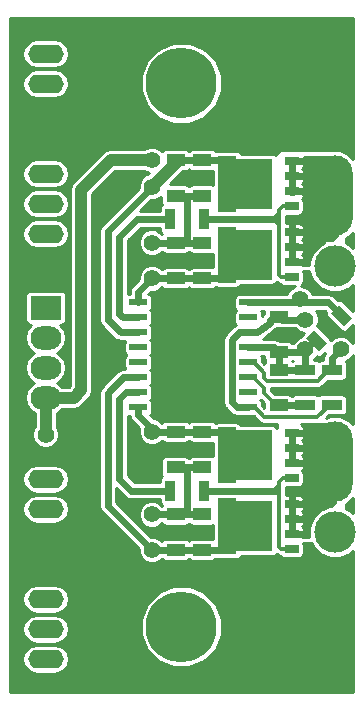
<source format=gbr>
G04 #@! TF.FileFunction,Copper,L2,Bot,Signal*
%FSLAX46Y46*%
G04 Gerber Fmt 4.6, Leading zero omitted, Abs format (unit mm)*
G04 Created by KiCad (PCBNEW 4.0.7) date 05/17/18 12:20:08*
%MOMM*%
%LPD*%
G01*
G04 APERTURE LIST*
%ADD10C,0.100000*%
%ADD11R,2.600000X2.000000*%
%ADD12O,2.600000X2.000000*%
%ADD13R,1.600000X1.000000*%
%ADD14C,2.999740*%
%ADD15C,3.500120*%
%ADD16R,0.600000X0.900000*%
%ADD17R,0.900000X0.600000*%
%ADD18R,1.150000X0.700000*%
%ADD19R,1.550000X4.700000*%
%ADD20R,3.300000X4.200000*%
%ADD21R,0.900000X1.700000*%
%ADD22R,1.700000X0.900000*%
%ADD23R,1.500000X0.600000*%
%ADD24C,6.000000*%
%ADD25O,3.000000X1.600000*%
%ADD26C,1.400000*%
%ADD27C,0.600000*%
%ADD28C,1.000000*%
%ADD29C,0.300000*%
%ADD30C,0.256000*%
G04 APERTURE END LIST*
D10*
D11*
X3500000Y-25000000D03*
D12*
X3500000Y-27540000D03*
X3500000Y-30080000D03*
X3500000Y-32620000D03*
D13*
X23250000Y-25750000D03*
X23250000Y-28750000D03*
X14500000Y-22500000D03*
X14500000Y-19500000D03*
X16750000Y-22500000D03*
X16750000Y-19500000D03*
D10*
G36*
X28348528Y-24770101D02*
X29479899Y-25901472D01*
X28772792Y-26608579D01*
X27641421Y-25477208D01*
X28348528Y-24770101D01*
X28348528Y-24770101D01*
G37*
G36*
X26227208Y-26891421D02*
X27358579Y-28022792D01*
X26651472Y-28729899D01*
X25520101Y-27598528D01*
X26227208Y-26891421D01*
X26227208Y-26891421D01*
G37*
D13*
X14500000Y-15500000D03*
X14500000Y-12500000D03*
X16750000Y-15500000D03*
X16750000Y-12500000D03*
X23250000Y-33250000D03*
X23250000Y-30250000D03*
X14500000Y-45500000D03*
X14500000Y-42500000D03*
X16750000Y-45500000D03*
X16750000Y-42500000D03*
X14500000Y-38500000D03*
X14500000Y-35500000D03*
X16750000Y-38500000D03*
X16750000Y-35500000D03*
D14*
X28000000Y-17405000D03*
X28000000Y-13595000D03*
D15*
X28000000Y-21500000D03*
D14*
X28000000Y-39905000D03*
X28000000Y-36095000D03*
D15*
X28000000Y-44000000D03*
D16*
X21315000Y-19350000D03*
X22165000Y-19350000D03*
X20465000Y-19350000D03*
X21315000Y-21650000D03*
X22165000Y-21650000D03*
X20465000Y-21650000D03*
X20465000Y-20500000D03*
X22165000Y-20500000D03*
D17*
X18615000Y-18620000D03*
X18615000Y-22380000D03*
X18615000Y-19900000D03*
D18*
X24335000Y-19860000D03*
X24335000Y-18590000D03*
X24335000Y-21140000D03*
D19*
X18865000Y-20500000D03*
D20*
X21065000Y-20500000D03*
D18*
X24335000Y-22410000D03*
D17*
X18615000Y-21100000D03*
D16*
X21315000Y-20500000D03*
X21315000Y-13350000D03*
X22165000Y-13350000D03*
X20465000Y-13350000D03*
X21315000Y-15650000D03*
X22165000Y-15650000D03*
X20465000Y-15650000D03*
X20465000Y-14500000D03*
X22165000Y-14500000D03*
D17*
X18615000Y-12620000D03*
X18615000Y-16380000D03*
X18615000Y-13900000D03*
D18*
X24335000Y-13860000D03*
X24335000Y-12590000D03*
X24335000Y-15140000D03*
D19*
X18865000Y-14500000D03*
D20*
X21065000Y-14500000D03*
D18*
X24335000Y-16410000D03*
D17*
X18615000Y-15100000D03*
D16*
X21315000Y-14500000D03*
X21315000Y-42350000D03*
X22165000Y-42350000D03*
X20465000Y-42350000D03*
X21315000Y-44650000D03*
X22165000Y-44650000D03*
X20465000Y-44650000D03*
X20465000Y-43500000D03*
X22165000Y-43500000D03*
D17*
X18615000Y-41620000D03*
X18615000Y-45380000D03*
X18615000Y-42900000D03*
D18*
X24335000Y-42860000D03*
X24335000Y-41590000D03*
X24335000Y-44140000D03*
D19*
X18865000Y-43500000D03*
D20*
X21065000Y-43500000D03*
D18*
X24335000Y-45410000D03*
D17*
X18615000Y-44100000D03*
D16*
X21315000Y-43500000D03*
X21315000Y-36350000D03*
X22165000Y-36350000D03*
X20465000Y-36350000D03*
X21315000Y-38650000D03*
X22165000Y-38650000D03*
X20465000Y-38650000D03*
X20465000Y-37500000D03*
X22165000Y-37500000D03*
D17*
X18615000Y-35620000D03*
X18615000Y-39380000D03*
X18615000Y-36900000D03*
D18*
X24335000Y-36860000D03*
X24335000Y-35590000D03*
X24335000Y-38140000D03*
D19*
X18865000Y-37500000D03*
D20*
X21065000Y-37500000D03*
D18*
X24335000Y-39410000D03*
D17*
X18615000Y-38100000D03*
D16*
X21315000Y-37500000D03*
D21*
X16950000Y-17500000D03*
X14050000Y-17500000D03*
D22*
X27750000Y-33200000D03*
X27750000Y-30300000D03*
X25500000Y-33200000D03*
X25500000Y-30300000D03*
D21*
X16950000Y-40500000D03*
X14050000Y-40500000D03*
D23*
X20650000Y-24555000D03*
X20650000Y-25825000D03*
X20650000Y-27095000D03*
X20650000Y-28365000D03*
X20650000Y-29635000D03*
X20650000Y-30905000D03*
X20650000Y-32175000D03*
X20650000Y-33445000D03*
X11350000Y-33445000D03*
X11350000Y-32175000D03*
X11350000Y-30905000D03*
X11350000Y-29635000D03*
X11350000Y-28365000D03*
X11350000Y-27095000D03*
X11350000Y-25825000D03*
X11350000Y-24555000D03*
D24*
X15000000Y-6000000D03*
X15000000Y-52000000D03*
D25*
X3500000Y-39500000D03*
X3500000Y-42040000D03*
X3500000Y-49660000D03*
X3500000Y-52200000D03*
X3500000Y-54740000D03*
X3500000Y-3500000D03*
X3500000Y-6040000D03*
X3500000Y-13660000D03*
X3500000Y-16200000D03*
X3500000Y-18740000D03*
D26*
X25500000Y-28500000D03*
X12500000Y-12500000D03*
X3500000Y-35750000D03*
X25500000Y-26000000D03*
X12500000Y-22500000D03*
X12500000Y-14750000D03*
X12500000Y-19500000D03*
X25000000Y-24250000D03*
X12500000Y-45500000D03*
X12500000Y-35500000D03*
X12500000Y-42500000D03*
X28500000Y-28500000D03*
D27*
X26439340Y-27810660D02*
X26189340Y-27810660D01*
X26189340Y-27810660D02*
X25500000Y-28500000D01*
X20650000Y-28365000D02*
X22865000Y-28365000D01*
X22865000Y-28365000D02*
X23250000Y-28750000D01*
X23250000Y-30250000D02*
X23250000Y-28750000D01*
X23250000Y-30250000D02*
X25450000Y-30250000D01*
X25450000Y-30250000D02*
X25500000Y-30300000D01*
X25500000Y-28500000D02*
X25500000Y-30300000D01*
X25250000Y-28750000D02*
X23250000Y-28750000D01*
X25500000Y-28500000D02*
X25250000Y-28750000D01*
D28*
X3500000Y-32620000D02*
X5880000Y-32620000D01*
X9000000Y-12500000D02*
X12500000Y-12500000D01*
X6500000Y-15000000D02*
X9000000Y-12500000D01*
X6500000Y-32000000D02*
X6500000Y-15000000D01*
X5880000Y-32620000D02*
X6500000Y-32000000D01*
X3500000Y-35750000D02*
X3500000Y-32620000D01*
D27*
X25500000Y-30300000D02*
X25050000Y-30300000D01*
X25450000Y-30250000D02*
X25500000Y-30300000D01*
D29*
X27750000Y-33200000D02*
X27550000Y-33200000D01*
X27550000Y-33200000D02*
X26500000Y-34250000D01*
X22000000Y-34250000D02*
X21195000Y-33445000D01*
X26500000Y-34250000D02*
X22000000Y-34250000D01*
X21195000Y-33445000D02*
X20650000Y-33445000D01*
D27*
X23500000Y-26000000D02*
X25500000Y-26000000D01*
X23500000Y-26000000D02*
X23250000Y-25750000D01*
X20650000Y-27095000D02*
X21405000Y-27095000D01*
X22500000Y-26000000D02*
X23250000Y-25750000D01*
X22500000Y-26250000D02*
X22500000Y-26000000D01*
X21405000Y-27095000D02*
X22500000Y-26250000D01*
D29*
X20650000Y-33445000D02*
X21195000Y-33445000D01*
D27*
X20650000Y-33445000D02*
X19695000Y-33445000D01*
X19905000Y-27095000D02*
X20650000Y-27095000D01*
X19250000Y-27750000D02*
X19905000Y-27095000D01*
X19250000Y-33000000D02*
X19250000Y-27750000D01*
X19695000Y-33445000D02*
X19250000Y-33000000D01*
D29*
X21195000Y-33445000D02*
X20650000Y-33445000D01*
D27*
X11350000Y-24555000D02*
X11350000Y-23650000D01*
X11350000Y-23650000D02*
X12500000Y-22500000D01*
X12500000Y-22500000D02*
X14500000Y-22500000D01*
X16750000Y-22500000D02*
X18465000Y-22500000D01*
X18465000Y-22500000D02*
X20465000Y-20500000D01*
X14500000Y-22500000D02*
X16750000Y-22500000D01*
X8750000Y-18500000D02*
X8750000Y-26000000D01*
X11350000Y-27095000D02*
X9845000Y-27095000D01*
X9845000Y-27095000D02*
X8750000Y-26000000D01*
X8750000Y-18500000D02*
X12500000Y-14750000D01*
D28*
X14500000Y-12500000D02*
X14500000Y-12750000D01*
X14500000Y-12750000D02*
X12500000Y-14750000D01*
D27*
X16750000Y-12500000D02*
X18465000Y-12500000D01*
X18465000Y-12500000D02*
X20465000Y-14500000D01*
X14500000Y-12500000D02*
X16750000Y-12500000D01*
X12500000Y-19500000D02*
X14500000Y-19500000D01*
X15500000Y-19500000D02*
X15500000Y-15500000D01*
X14500000Y-19500000D02*
X15500000Y-19500000D01*
X15500000Y-19500000D02*
X16750000Y-19500000D01*
X14500000Y-15500000D02*
X15500000Y-15500000D01*
X15500000Y-15500000D02*
X16750000Y-15500000D01*
X25000000Y-24250000D02*
X25305000Y-24555000D01*
X25305000Y-24555000D02*
X27426320Y-24555000D01*
X27426320Y-24555000D02*
X28560660Y-25689340D01*
X20650000Y-24555000D02*
X27426320Y-24555000D01*
X27426320Y-24555000D02*
X28560660Y-25689340D01*
X20650000Y-24555000D02*
X20695000Y-24555000D01*
X23250000Y-33250000D02*
X25450000Y-33250000D01*
X25450000Y-33250000D02*
X25500000Y-33200000D01*
D29*
X20650000Y-30905000D02*
X21080000Y-30905000D01*
X21080000Y-30905000D02*
X22000000Y-31825000D01*
X22000000Y-32250000D02*
X23000000Y-33250000D01*
X22000000Y-31825000D02*
X22000000Y-32250000D01*
X23000000Y-33250000D02*
X23250000Y-33250000D01*
X25450000Y-33250000D02*
X25500000Y-33200000D01*
X20650000Y-30905000D02*
X21155000Y-30905000D01*
X23000000Y-33250000D02*
X23250000Y-33250000D01*
D27*
X11350000Y-30905000D02*
X10095000Y-30905000D01*
X12500000Y-45500000D02*
X12500000Y-45500000D01*
X8750000Y-35000000D02*
X8750000Y-41750000D01*
X8750000Y-41750000D02*
X12500000Y-45500000D01*
X12500000Y-45500000D02*
X14500000Y-45500000D01*
X8750000Y-35000000D02*
X8750000Y-35000000D01*
X8750000Y-32250000D02*
X8750000Y-35000000D01*
X10095000Y-30905000D02*
X8750000Y-32250000D01*
X16750000Y-45500000D02*
X18465000Y-45500000D01*
X18465000Y-45500000D02*
X20465000Y-43500000D01*
X14500000Y-45500000D02*
X16750000Y-45500000D01*
D29*
X12500000Y-35500000D02*
X12750000Y-35500000D01*
X12750000Y-35500000D02*
X12500000Y-35500000D01*
D27*
X11350000Y-33445000D02*
X11350000Y-34100000D01*
X12750000Y-35500000D02*
X12500000Y-35500000D01*
X12500000Y-35500000D02*
X14500000Y-35500000D01*
X11350000Y-34100000D02*
X12750000Y-35500000D01*
X16750000Y-35500000D02*
X18465000Y-35500000D01*
X18465000Y-35500000D02*
X20465000Y-37500000D01*
X14500000Y-35500000D02*
X16750000Y-35500000D01*
X12500000Y-42500000D02*
X14500000Y-42500000D01*
X15500000Y-42500000D02*
X15500000Y-38500000D01*
X14500000Y-42500000D02*
X15500000Y-42500000D01*
X15500000Y-42500000D02*
X16750000Y-42500000D01*
X14500000Y-38500000D02*
X15500000Y-38500000D01*
X15500000Y-38500000D02*
X16750000Y-38500000D01*
X28000000Y-13595000D02*
X27995000Y-13595000D01*
X27995000Y-13595000D02*
X26800000Y-12400000D01*
X26800000Y-12400000D02*
X25800000Y-12400000D01*
D29*
X28000000Y-17405000D02*
X28000000Y-19000000D01*
X27100000Y-19400000D02*
X26000000Y-19400000D01*
X27200000Y-19300000D02*
X27100000Y-19400000D01*
X27700000Y-19300000D02*
X27200000Y-19300000D01*
X28000000Y-19000000D02*
X27700000Y-19300000D01*
D27*
X28000000Y-36095000D02*
X27445000Y-36095000D01*
X27445000Y-36095000D02*
X26400000Y-35050000D01*
X26400000Y-35050000D02*
X25850000Y-35050000D01*
D29*
X24335000Y-35590000D02*
X27495000Y-35590000D01*
X27495000Y-35590000D02*
X28000000Y-36095000D01*
X28000000Y-39905000D02*
X28000000Y-41500000D01*
X27750000Y-41750000D02*
X26000000Y-41750000D01*
X28000000Y-41500000D02*
X27750000Y-41750000D01*
X22750000Y-17500000D02*
X23250000Y-18000000D01*
X22750000Y-17500000D02*
X23250000Y-17000000D01*
X23250000Y-16750000D02*
X23250000Y-17000000D01*
X23590000Y-16410000D02*
X24335000Y-16410000D01*
X23590000Y-16410000D02*
X23250000Y-16750000D01*
X23250000Y-17000000D02*
X23250000Y-18000000D01*
X23250000Y-18000000D02*
X23250000Y-22250000D01*
X24335000Y-22410000D02*
X23410000Y-22410000D01*
X23410000Y-22410000D02*
X23250000Y-22250000D01*
D27*
X23000000Y-17500000D02*
X22750000Y-17500000D01*
X22750000Y-17500000D02*
X17200000Y-17500000D01*
D29*
X27750000Y-30300000D02*
X27450000Y-30300000D01*
X27450000Y-30300000D02*
X26525000Y-31225000D01*
X20650000Y-29635000D02*
X21110000Y-29635000D01*
X21110000Y-29635000D02*
X21975000Y-30500000D01*
X22275000Y-31225000D02*
X26525000Y-31225000D01*
X21975000Y-30925000D02*
X22275000Y-31225000D01*
X21975000Y-30500000D02*
X21975000Y-30925000D01*
X27500000Y-30300000D02*
X27750000Y-30300000D01*
D27*
X27750000Y-29250000D02*
X27750000Y-30300000D01*
X28500000Y-28500000D02*
X27750000Y-29250000D01*
X27750000Y-30300000D02*
X27750000Y-30300000D01*
D29*
X20650000Y-29635000D02*
X21135000Y-29635000D01*
X23250000Y-40000000D02*
X22750000Y-40500000D01*
X23250000Y-39750000D02*
X23250000Y-40000000D01*
X23600000Y-39410000D02*
X23590000Y-39410000D01*
X23600000Y-39410000D02*
X24335000Y-39410000D01*
X23590000Y-39410000D02*
X23250000Y-39750000D01*
X23250000Y-40000000D02*
X23250000Y-41000000D01*
X23250000Y-41000000D02*
X23250000Y-45250000D01*
X23250000Y-45250000D02*
X23410000Y-45410000D01*
X24335000Y-45410000D02*
X23410000Y-45410000D01*
D27*
X17300000Y-40500000D02*
X22750000Y-40500000D01*
X22750000Y-40500000D02*
X23000000Y-40500000D01*
X9750000Y-21750000D02*
X9750000Y-19000000D01*
X9750000Y-21750000D02*
X9750000Y-21750000D01*
X9750000Y-25500000D02*
X9750000Y-21750000D01*
X10075000Y-25825000D02*
X9750000Y-25500000D01*
X9750000Y-19000000D02*
X11250000Y-17500000D01*
X14050000Y-17500000D02*
X11250000Y-17500000D01*
X10075000Y-25825000D02*
X11350000Y-25825000D01*
X11350000Y-32175000D02*
X10325000Y-32175000D01*
X10750000Y-40500000D02*
X14050000Y-40500000D01*
X9750000Y-39500000D02*
X10750000Y-40500000D01*
X9750000Y-34500000D02*
X9750000Y-39500000D01*
X9750000Y-34500000D02*
X9750000Y-34500000D01*
X9750000Y-32750000D02*
X9750000Y-34500000D01*
X10325000Y-32175000D02*
X9750000Y-32750000D01*
D30*
G36*
X25872000Y-19400000D02*
X25880754Y-19446523D01*
X25908249Y-19489251D01*
X25950201Y-19517915D01*
X26000000Y-19528000D01*
X27069041Y-19528000D01*
X26767840Y-19652454D01*
X26154607Y-20264617D01*
X25822319Y-21064856D01*
X25822051Y-21372000D01*
X25291000Y-21372000D01*
X25231000Y-21312000D01*
X24507000Y-21312000D01*
X24507000Y-21332000D01*
X24163000Y-21332000D01*
X24163000Y-21312000D01*
X24143000Y-21312000D01*
X24143000Y-20968000D01*
X24163000Y-20968000D01*
X24163000Y-20032000D01*
X24507000Y-20032000D01*
X24507000Y-20968000D01*
X25231000Y-20968000D01*
X25338000Y-20861000D01*
X25338000Y-20704866D01*
X25272841Y-20547558D01*
X25225283Y-20500000D01*
X25272841Y-20452442D01*
X25338000Y-20295134D01*
X25338000Y-20139000D01*
X25231000Y-20032000D01*
X24507000Y-20032000D01*
X24163000Y-20032000D01*
X24143000Y-20032000D01*
X24143000Y-19688000D01*
X24163000Y-19688000D01*
X24163000Y-18762000D01*
X24507000Y-18762000D01*
X24507000Y-19688000D01*
X25231000Y-19688000D01*
X25338000Y-19581000D01*
X25338000Y-19424866D01*
X25272841Y-19267558D01*
X25230283Y-19225000D01*
X25272841Y-19182442D01*
X25338000Y-19025134D01*
X25338000Y-18869000D01*
X25231000Y-18762000D01*
X24507000Y-18762000D01*
X24163000Y-18762000D01*
X24143000Y-18762000D01*
X24143000Y-18418000D01*
X24163000Y-18418000D01*
X24163000Y-17919000D01*
X24507000Y-17919000D01*
X24507000Y-18418000D01*
X25231000Y-18418000D01*
X25338000Y-18311000D01*
X25338000Y-18154866D01*
X25272841Y-17997558D01*
X25152443Y-17877159D01*
X24995135Y-17812000D01*
X24614000Y-17812000D01*
X24507000Y-17919000D01*
X24163000Y-17919000D01*
X24056000Y-17812000D01*
X23828000Y-17812000D01*
X23828000Y-17196385D01*
X24910000Y-17196385D01*
X25068607Y-17166541D01*
X25214279Y-17072804D01*
X25312004Y-16929778D01*
X25346385Y-16760000D01*
X25346385Y-16060000D01*
X25316541Y-15901393D01*
X25233281Y-15772003D01*
X25272841Y-15732442D01*
X25338000Y-15575134D01*
X25338000Y-15419000D01*
X25231000Y-15312000D01*
X24507000Y-15312000D01*
X24507000Y-15332000D01*
X24163000Y-15332000D01*
X24163000Y-15312000D01*
X24143000Y-15312000D01*
X24143000Y-14968000D01*
X24163000Y-14968000D01*
X24163000Y-14032000D01*
X24507000Y-14032000D01*
X24507000Y-14968000D01*
X25231000Y-14968000D01*
X25338000Y-14861000D01*
X25338000Y-14704866D01*
X25272841Y-14547558D01*
X25225283Y-14500000D01*
X25272841Y-14452442D01*
X25338000Y-14295134D01*
X25338000Y-14139000D01*
X25231000Y-14032000D01*
X24507000Y-14032000D01*
X24163000Y-14032000D01*
X24143000Y-14032000D01*
X24143000Y-13688000D01*
X24163000Y-13688000D01*
X24163000Y-12762000D01*
X24507000Y-12762000D01*
X24507000Y-13688000D01*
X25231000Y-13688000D01*
X25338000Y-13581000D01*
X25338000Y-13424866D01*
X25272841Y-13267558D01*
X25230283Y-13225000D01*
X25272841Y-13182442D01*
X25338000Y-13025134D01*
X25338000Y-12869000D01*
X25231000Y-12762000D01*
X24507000Y-12762000D01*
X24163000Y-12762000D01*
X24143000Y-12762000D01*
X24143000Y-12418000D01*
X24163000Y-12418000D01*
X24163000Y-12398000D01*
X24507000Y-12398000D01*
X24507000Y-12418000D01*
X25231000Y-12418000D01*
X25338000Y-12311000D01*
X25338000Y-12228000D01*
X25872000Y-12228000D01*
X25872000Y-19400000D01*
X25872000Y-19400000D01*
G37*
X25872000Y-19400000D02*
X25880754Y-19446523D01*
X25908249Y-19489251D01*
X25950201Y-19517915D01*
X26000000Y-19528000D01*
X27069041Y-19528000D01*
X26767840Y-19652454D01*
X26154607Y-20264617D01*
X25822319Y-21064856D01*
X25822051Y-21372000D01*
X25291000Y-21372000D01*
X25231000Y-21312000D01*
X24507000Y-21312000D01*
X24507000Y-21332000D01*
X24163000Y-21332000D01*
X24163000Y-21312000D01*
X24143000Y-21312000D01*
X24143000Y-20968000D01*
X24163000Y-20968000D01*
X24163000Y-20032000D01*
X24507000Y-20032000D01*
X24507000Y-20968000D01*
X25231000Y-20968000D01*
X25338000Y-20861000D01*
X25338000Y-20704866D01*
X25272841Y-20547558D01*
X25225283Y-20500000D01*
X25272841Y-20452442D01*
X25338000Y-20295134D01*
X25338000Y-20139000D01*
X25231000Y-20032000D01*
X24507000Y-20032000D01*
X24163000Y-20032000D01*
X24143000Y-20032000D01*
X24143000Y-19688000D01*
X24163000Y-19688000D01*
X24163000Y-18762000D01*
X24507000Y-18762000D01*
X24507000Y-19688000D01*
X25231000Y-19688000D01*
X25338000Y-19581000D01*
X25338000Y-19424866D01*
X25272841Y-19267558D01*
X25230283Y-19225000D01*
X25272841Y-19182442D01*
X25338000Y-19025134D01*
X25338000Y-18869000D01*
X25231000Y-18762000D01*
X24507000Y-18762000D01*
X24163000Y-18762000D01*
X24143000Y-18762000D01*
X24143000Y-18418000D01*
X24163000Y-18418000D01*
X24163000Y-17919000D01*
X24507000Y-17919000D01*
X24507000Y-18418000D01*
X25231000Y-18418000D01*
X25338000Y-18311000D01*
X25338000Y-18154866D01*
X25272841Y-17997558D01*
X25152443Y-17877159D01*
X24995135Y-17812000D01*
X24614000Y-17812000D01*
X24507000Y-17919000D01*
X24163000Y-17919000D01*
X24056000Y-17812000D01*
X23828000Y-17812000D01*
X23828000Y-17196385D01*
X24910000Y-17196385D01*
X25068607Y-17166541D01*
X25214279Y-17072804D01*
X25312004Y-16929778D01*
X25346385Y-16760000D01*
X25346385Y-16060000D01*
X25316541Y-15901393D01*
X25233281Y-15772003D01*
X25272841Y-15732442D01*
X25338000Y-15575134D01*
X25338000Y-15419000D01*
X25231000Y-15312000D01*
X24507000Y-15312000D01*
X24507000Y-15332000D01*
X24163000Y-15332000D01*
X24163000Y-15312000D01*
X24143000Y-15312000D01*
X24143000Y-14968000D01*
X24163000Y-14968000D01*
X24163000Y-14032000D01*
X24507000Y-14032000D01*
X24507000Y-14968000D01*
X25231000Y-14968000D01*
X25338000Y-14861000D01*
X25338000Y-14704866D01*
X25272841Y-14547558D01*
X25225283Y-14500000D01*
X25272841Y-14452442D01*
X25338000Y-14295134D01*
X25338000Y-14139000D01*
X25231000Y-14032000D01*
X24507000Y-14032000D01*
X24163000Y-14032000D01*
X24143000Y-14032000D01*
X24143000Y-13688000D01*
X24163000Y-13688000D01*
X24163000Y-12762000D01*
X24507000Y-12762000D01*
X24507000Y-13688000D01*
X25231000Y-13688000D01*
X25338000Y-13581000D01*
X25338000Y-13424866D01*
X25272841Y-13267558D01*
X25230283Y-13225000D01*
X25272841Y-13182442D01*
X25338000Y-13025134D01*
X25338000Y-12869000D01*
X25231000Y-12762000D01*
X24507000Y-12762000D01*
X24163000Y-12762000D01*
X24143000Y-12762000D01*
X24143000Y-12418000D01*
X24163000Y-12418000D01*
X24163000Y-12398000D01*
X24507000Y-12398000D01*
X24507000Y-12418000D01*
X25231000Y-12418000D01*
X25338000Y-12311000D01*
X25338000Y-12228000D01*
X25872000Y-12228000D01*
X25872000Y-19400000D01*
G36*
X25872000Y-41750000D02*
X25880754Y-41796523D01*
X25908249Y-41839251D01*
X25950201Y-41867915D01*
X26000000Y-41878000D01*
X27432068Y-41878000D01*
X26767840Y-42152454D01*
X26154607Y-42764617D01*
X25822319Y-43564856D01*
X25821614Y-44372000D01*
X25291000Y-44372000D01*
X25231000Y-44312000D01*
X24507000Y-44312000D01*
X24507000Y-44332000D01*
X24163000Y-44332000D01*
X24163000Y-44312000D01*
X24143000Y-44312000D01*
X24143000Y-43968000D01*
X24163000Y-43968000D01*
X24163000Y-43032000D01*
X24507000Y-43032000D01*
X24507000Y-43968000D01*
X25231000Y-43968000D01*
X25338000Y-43861000D01*
X25338000Y-43704866D01*
X25272841Y-43547558D01*
X25225283Y-43500000D01*
X25272841Y-43452442D01*
X25338000Y-43295134D01*
X25338000Y-43139000D01*
X25231000Y-43032000D01*
X24507000Y-43032000D01*
X24163000Y-43032000D01*
X24143000Y-43032000D01*
X24143000Y-42688000D01*
X24163000Y-42688000D01*
X24163000Y-41762000D01*
X24507000Y-41762000D01*
X24507000Y-42688000D01*
X25231000Y-42688000D01*
X25338000Y-42581000D01*
X25338000Y-42424866D01*
X25272841Y-42267558D01*
X25230283Y-42225000D01*
X25272841Y-42182442D01*
X25338000Y-42025134D01*
X25338000Y-41869000D01*
X25231000Y-41762000D01*
X24507000Y-41762000D01*
X24163000Y-41762000D01*
X24143000Y-41762000D01*
X24143000Y-41418000D01*
X24163000Y-41418000D01*
X24163000Y-40919000D01*
X24507000Y-40919000D01*
X24507000Y-41418000D01*
X25231000Y-41418000D01*
X25338000Y-41311000D01*
X25338000Y-41154866D01*
X25272841Y-40997558D01*
X25152443Y-40877159D01*
X24995135Y-40812000D01*
X24614000Y-40812000D01*
X24507000Y-40919000D01*
X24163000Y-40919000D01*
X24056000Y-40812000D01*
X23828000Y-40812000D01*
X23828000Y-40196385D01*
X24910000Y-40196385D01*
X25068607Y-40166541D01*
X25214279Y-40072804D01*
X25312004Y-39929778D01*
X25346385Y-39760000D01*
X25346385Y-39060000D01*
X25316541Y-38901393D01*
X25233281Y-38772003D01*
X25272841Y-38732442D01*
X25338000Y-38575134D01*
X25338000Y-38419000D01*
X25231000Y-38312000D01*
X24507000Y-38312000D01*
X24507000Y-38332000D01*
X24163000Y-38332000D01*
X24163000Y-38312000D01*
X24143000Y-38312000D01*
X24143000Y-37968000D01*
X24163000Y-37968000D01*
X24163000Y-37032000D01*
X24507000Y-37032000D01*
X24507000Y-37968000D01*
X25231000Y-37968000D01*
X25338000Y-37861000D01*
X25338000Y-37704866D01*
X25272841Y-37547558D01*
X25225283Y-37500000D01*
X25272841Y-37452442D01*
X25338000Y-37295134D01*
X25338000Y-37139000D01*
X25231000Y-37032000D01*
X24507000Y-37032000D01*
X24163000Y-37032000D01*
X24143000Y-37032000D01*
X24143000Y-36688000D01*
X24163000Y-36688000D01*
X24163000Y-35762000D01*
X24507000Y-35762000D01*
X24507000Y-36688000D01*
X25231000Y-36688000D01*
X25338000Y-36581000D01*
X25338000Y-36424866D01*
X25272841Y-36267558D01*
X25230283Y-36225000D01*
X25272841Y-36182442D01*
X25338000Y-36025134D01*
X25338000Y-35869000D01*
X25231000Y-35762000D01*
X24507000Y-35762000D01*
X24163000Y-35762000D01*
X24143000Y-35762000D01*
X24143000Y-35418000D01*
X24163000Y-35418000D01*
X24163000Y-35398000D01*
X24507000Y-35398000D01*
X24507000Y-35418000D01*
X25231000Y-35418000D01*
X25338000Y-35311000D01*
X25338000Y-35154866D01*
X25272841Y-34997558D01*
X25153284Y-34878000D01*
X25872000Y-34878000D01*
X25872000Y-41750000D01*
X25872000Y-41750000D01*
G37*
X25872000Y-41750000D02*
X25880754Y-41796523D01*
X25908249Y-41839251D01*
X25950201Y-41867915D01*
X26000000Y-41878000D01*
X27432068Y-41878000D01*
X26767840Y-42152454D01*
X26154607Y-42764617D01*
X25822319Y-43564856D01*
X25821614Y-44372000D01*
X25291000Y-44372000D01*
X25231000Y-44312000D01*
X24507000Y-44312000D01*
X24507000Y-44332000D01*
X24163000Y-44332000D01*
X24163000Y-44312000D01*
X24143000Y-44312000D01*
X24143000Y-43968000D01*
X24163000Y-43968000D01*
X24163000Y-43032000D01*
X24507000Y-43032000D01*
X24507000Y-43968000D01*
X25231000Y-43968000D01*
X25338000Y-43861000D01*
X25338000Y-43704866D01*
X25272841Y-43547558D01*
X25225283Y-43500000D01*
X25272841Y-43452442D01*
X25338000Y-43295134D01*
X25338000Y-43139000D01*
X25231000Y-43032000D01*
X24507000Y-43032000D01*
X24163000Y-43032000D01*
X24143000Y-43032000D01*
X24143000Y-42688000D01*
X24163000Y-42688000D01*
X24163000Y-41762000D01*
X24507000Y-41762000D01*
X24507000Y-42688000D01*
X25231000Y-42688000D01*
X25338000Y-42581000D01*
X25338000Y-42424866D01*
X25272841Y-42267558D01*
X25230283Y-42225000D01*
X25272841Y-42182442D01*
X25338000Y-42025134D01*
X25338000Y-41869000D01*
X25231000Y-41762000D01*
X24507000Y-41762000D01*
X24163000Y-41762000D01*
X24143000Y-41762000D01*
X24143000Y-41418000D01*
X24163000Y-41418000D01*
X24163000Y-40919000D01*
X24507000Y-40919000D01*
X24507000Y-41418000D01*
X25231000Y-41418000D01*
X25338000Y-41311000D01*
X25338000Y-41154866D01*
X25272841Y-40997558D01*
X25152443Y-40877159D01*
X24995135Y-40812000D01*
X24614000Y-40812000D01*
X24507000Y-40919000D01*
X24163000Y-40919000D01*
X24056000Y-40812000D01*
X23828000Y-40812000D01*
X23828000Y-40196385D01*
X24910000Y-40196385D01*
X25068607Y-40166541D01*
X25214279Y-40072804D01*
X25312004Y-39929778D01*
X25346385Y-39760000D01*
X25346385Y-39060000D01*
X25316541Y-38901393D01*
X25233281Y-38772003D01*
X25272841Y-38732442D01*
X25338000Y-38575134D01*
X25338000Y-38419000D01*
X25231000Y-38312000D01*
X24507000Y-38312000D01*
X24507000Y-38332000D01*
X24163000Y-38332000D01*
X24163000Y-38312000D01*
X24143000Y-38312000D01*
X24143000Y-37968000D01*
X24163000Y-37968000D01*
X24163000Y-37032000D01*
X24507000Y-37032000D01*
X24507000Y-37968000D01*
X25231000Y-37968000D01*
X25338000Y-37861000D01*
X25338000Y-37704866D01*
X25272841Y-37547558D01*
X25225283Y-37500000D01*
X25272841Y-37452442D01*
X25338000Y-37295134D01*
X25338000Y-37139000D01*
X25231000Y-37032000D01*
X24507000Y-37032000D01*
X24163000Y-37032000D01*
X24143000Y-37032000D01*
X24143000Y-36688000D01*
X24163000Y-36688000D01*
X24163000Y-35762000D01*
X24507000Y-35762000D01*
X24507000Y-36688000D01*
X25231000Y-36688000D01*
X25338000Y-36581000D01*
X25338000Y-36424866D01*
X25272841Y-36267558D01*
X25230283Y-36225000D01*
X25272841Y-36182442D01*
X25338000Y-36025134D01*
X25338000Y-35869000D01*
X25231000Y-35762000D01*
X24507000Y-35762000D01*
X24163000Y-35762000D01*
X24143000Y-35762000D01*
X24143000Y-35418000D01*
X24163000Y-35418000D01*
X24163000Y-35398000D01*
X24507000Y-35398000D01*
X24507000Y-35418000D01*
X25231000Y-35418000D01*
X25338000Y-35311000D01*
X25338000Y-35154866D01*
X25272841Y-34997558D01*
X25153284Y-34878000D01*
X25872000Y-34878000D01*
X25872000Y-41750000D01*
G36*
X29372000Y-36053020D02*
X29372000Y-39946980D01*
X27696980Y-41622000D01*
X26128000Y-41622000D01*
X26128000Y-34878000D01*
X28196980Y-34878000D01*
X29372000Y-36053020D01*
X29372000Y-36053020D01*
G37*
X29372000Y-36053020D02*
X29372000Y-39946980D01*
X27696980Y-41622000D01*
X26128000Y-41622000D01*
X26128000Y-34878000D01*
X28196980Y-34878000D01*
X29372000Y-36053020D01*
G36*
X29372000Y-13653020D02*
X29372000Y-17446980D01*
X28309490Y-18509490D01*
X28281408Y-18551835D01*
X28272000Y-18600000D01*
X28272000Y-18746980D01*
X27746980Y-19272000D01*
X26128000Y-19272000D01*
X26128000Y-12228000D01*
X27946980Y-12228000D01*
X29372000Y-13653020D01*
X29372000Y-13653020D01*
G37*
X29372000Y-13653020D02*
X29372000Y-17446980D01*
X28309490Y-18509490D01*
X28281408Y-18551835D01*
X28272000Y-18600000D01*
X28272000Y-18746980D01*
X27746980Y-19272000D01*
X26128000Y-19272000D01*
X26128000Y-12228000D01*
X27946980Y-12228000D01*
X29372000Y-13653020D01*
G36*
X29497000Y-12365814D02*
X29093476Y-11961585D01*
X28774544Y-11829153D01*
X28756794Y-11801568D01*
X28616516Y-11705720D01*
X28450000Y-11672000D01*
X28396078Y-11672000D01*
X28385159Y-11667466D01*
X27618205Y-11666796D01*
X27605610Y-11672000D01*
X23450000Y-11672000D01*
X23292322Y-11702104D01*
X23149940Y-11794798D01*
X23054840Y-11935584D01*
X23023832Y-12093007D01*
X22884778Y-11997996D01*
X22715000Y-11963615D01*
X20028666Y-11963615D01*
X19952804Y-11845721D01*
X19809778Y-11747996D01*
X19640000Y-11713615D01*
X18090000Y-11713615D01*
X17931393Y-11743459D01*
X17904612Y-11760692D01*
X17862804Y-11695721D01*
X17719778Y-11597996D01*
X17550000Y-11563615D01*
X15950000Y-11563615D01*
X15791393Y-11593459D01*
X15645721Y-11687196D01*
X15625944Y-11716141D01*
X15612804Y-11695721D01*
X15469778Y-11597996D01*
X15300000Y-11563615D01*
X13700000Y-11563615D01*
X13541393Y-11593459D01*
X13395721Y-11687196D01*
X13349697Y-11754554D01*
X13139795Y-11544286D01*
X12725357Y-11372196D01*
X12276611Y-11371804D01*
X11861874Y-11543170D01*
X11832994Y-11572000D01*
X9000000Y-11572000D01*
X8644870Y-11642640D01*
X8343805Y-11843805D01*
X5843805Y-14343805D01*
X5642640Y-14644870D01*
X5572000Y-15000000D01*
X5572000Y-31615610D01*
X5495610Y-31692000D01*
X4898224Y-31692000D01*
X4843602Y-31610252D01*
X4454108Y-31350000D01*
X4843602Y-31089748D01*
X5153154Y-30626472D01*
X5261854Y-30080000D01*
X5153154Y-29533528D01*
X4843602Y-29070252D01*
X4454108Y-28810000D01*
X4843602Y-28549748D01*
X5153154Y-28086472D01*
X5261854Y-27540000D01*
X5153154Y-26993528D01*
X4843602Y-26530252D01*
X4703121Y-26436385D01*
X4800000Y-26436385D01*
X4958607Y-26406541D01*
X5104279Y-26312804D01*
X5202004Y-26169778D01*
X5236385Y-26000000D01*
X5236385Y-24000000D01*
X5206541Y-23841393D01*
X5112804Y-23695721D01*
X4969778Y-23597996D01*
X4800000Y-23563615D01*
X2200000Y-23563615D01*
X2041393Y-23593459D01*
X1895721Y-23687196D01*
X1797996Y-23830222D01*
X1763615Y-24000000D01*
X1763615Y-26000000D01*
X1793459Y-26158607D01*
X1887196Y-26304279D01*
X2030222Y-26402004D01*
X2200000Y-26436385D01*
X2296879Y-26436385D01*
X2156398Y-26530252D01*
X1846846Y-26993528D01*
X1738146Y-27540000D01*
X1846846Y-28086472D01*
X2156398Y-28549748D01*
X2545892Y-28810000D01*
X2156398Y-29070252D01*
X1846846Y-29533528D01*
X1738146Y-30080000D01*
X1846846Y-30626472D01*
X2156398Y-31089748D01*
X2545892Y-31350000D01*
X2156398Y-31610252D01*
X1846846Y-32073528D01*
X1738146Y-32620000D01*
X1846846Y-33166472D01*
X2156398Y-33629748D01*
X2572000Y-33907445D01*
X2572000Y-35082539D01*
X2544286Y-35110205D01*
X2372196Y-35524643D01*
X2371804Y-35973389D01*
X2543170Y-36388126D01*
X2860205Y-36705714D01*
X3274643Y-36877804D01*
X3723389Y-36878196D01*
X4138126Y-36706830D01*
X4455714Y-36389795D01*
X4627804Y-35975357D01*
X4628196Y-35526611D01*
X4456830Y-35111874D01*
X4428000Y-35082994D01*
X4428000Y-33907445D01*
X4843602Y-33629748D01*
X4898224Y-33548000D01*
X5880000Y-33548000D01*
X6235130Y-33477360D01*
X6536195Y-33276195D01*
X7156195Y-32656195D01*
X7357360Y-32355131D01*
X7428000Y-32000000D01*
X7428000Y-15384390D01*
X9384390Y-13428000D01*
X11832539Y-13428000D01*
X11860205Y-13455714D01*
X12268382Y-13625204D01*
X11861874Y-13793170D01*
X11544286Y-14110205D01*
X11372196Y-14524643D01*
X11371913Y-14848539D01*
X8235226Y-17985226D01*
X8077416Y-18221406D01*
X8022000Y-18500000D01*
X8022000Y-26000000D01*
X8077416Y-26278594D01*
X8185693Y-26440642D01*
X8235226Y-26514774D01*
X9330226Y-27609774D01*
X9566407Y-27767585D01*
X9845000Y-27823000D01*
X10247343Y-27823000D01*
X10197996Y-27895222D01*
X10163615Y-28065000D01*
X10163615Y-28665000D01*
X10193459Y-28823607D01*
X10287196Y-28969279D01*
X10331215Y-28999356D01*
X10295721Y-29022196D01*
X10197996Y-29165222D01*
X10163615Y-29335000D01*
X10163615Y-29935000D01*
X10193459Y-30093607D01*
X10247121Y-30177000D01*
X10095000Y-30177000D01*
X9816406Y-30232416D01*
X9609003Y-30370998D01*
X9580226Y-30390226D01*
X8235226Y-31735226D01*
X8077416Y-31971406D01*
X8022000Y-32250000D01*
X8022000Y-41750000D01*
X8077416Y-42028594D01*
X8195768Y-42205721D01*
X8235226Y-42264774D01*
X11372085Y-45401633D01*
X11371804Y-45723389D01*
X11543170Y-46138126D01*
X11860205Y-46455714D01*
X12274643Y-46627804D01*
X12723389Y-46628196D01*
X13138126Y-46456830D01*
X13349550Y-46245775D01*
X13387196Y-46304279D01*
X13530222Y-46402004D01*
X13700000Y-46436385D01*
X15300000Y-46436385D01*
X15458607Y-46406541D01*
X15604279Y-46312804D01*
X15624056Y-46283859D01*
X15637196Y-46304279D01*
X15780222Y-46402004D01*
X15950000Y-46436385D01*
X17550000Y-46436385D01*
X17708607Y-46406541D01*
X17854279Y-46312804D01*
X17903588Y-46240638D01*
X17920222Y-46252004D01*
X18090000Y-46286385D01*
X19640000Y-46286385D01*
X19798607Y-46256541D01*
X19944279Y-46162804D01*
X20030657Y-46036385D01*
X22715000Y-46036385D01*
X22873607Y-46006541D01*
X23019279Y-45912804D01*
X23057782Y-45856453D01*
X23188809Y-45944002D01*
X23396367Y-45985288D01*
X23447196Y-46064279D01*
X23590222Y-46162004D01*
X23760000Y-46196385D01*
X24910000Y-46196385D01*
X25068607Y-46166541D01*
X25214279Y-46072804D01*
X25312004Y-45929778D01*
X25346385Y-45760000D01*
X25346385Y-45060000D01*
X25321547Y-44928000D01*
X26026777Y-44928000D01*
X26152454Y-45232160D01*
X26764617Y-45845393D01*
X27564856Y-46177681D01*
X28431342Y-46178438D01*
X29232160Y-45847546D01*
X29497000Y-45583168D01*
X29497000Y-57497000D01*
X503000Y-57497000D01*
X503000Y-54740000D01*
X1534228Y-54740000D01*
X1627704Y-55209935D01*
X1893901Y-55608327D01*
X2292293Y-55874524D01*
X2762228Y-55968000D01*
X4237772Y-55968000D01*
X4707707Y-55874524D01*
X5106099Y-55608327D01*
X5372296Y-55209935D01*
X5465772Y-54740000D01*
X5372296Y-54270065D01*
X5106099Y-53871673D01*
X4707707Y-53605476D01*
X4237772Y-53512000D01*
X2762228Y-53512000D01*
X2292293Y-53605476D01*
X1893901Y-53871673D01*
X1627704Y-54270065D01*
X1534228Y-54740000D01*
X503000Y-54740000D01*
X503000Y-52200000D01*
X1534228Y-52200000D01*
X1627704Y-52669935D01*
X1893901Y-53068327D01*
X2292293Y-53334524D01*
X2762228Y-53428000D01*
X4237772Y-53428000D01*
X4707707Y-53334524D01*
X5106099Y-53068327D01*
X5366319Y-52678880D01*
X11571407Y-52678880D01*
X12092189Y-53939269D01*
X13055659Y-54904422D01*
X14315137Y-55427403D01*
X15678880Y-55428593D01*
X16939269Y-54907811D01*
X17904422Y-53944341D01*
X18427403Y-52684863D01*
X18428593Y-51321120D01*
X17907811Y-50060731D01*
X16944341Y-49095578D01*
X15684863Y-48572597D01*
X14321120Y-48571407D01*
X13060731Y-49092189D01*
X12095578Y-50055659D01*
X11572597Y-51315137D01*
X11571407Y-52678880D01*
X5366319Y-52678880D01*
X5372296Y-52669935D01*
X5465772Y-52200000D01*
X5372296Y-51730065D01*
X5106099Y-51331673D01*
X4707707Y-51065476D01*
X4237772Y-50972000D01*
X2762228Y-50972000D01*
X2292293Y-51065476D01*
X1893901Y-51331673D01*
X1627704Y-51730065D01*
X1534228Y-52200000D01*
X503000Y-52200000D01*
X503000Y-49660000D01*
X1534228Y-49660000D01*
X1627704Y-50129935D01*
X1893901Y-50528327D01*
X2292293Y-50794524D01*
X2762228Y-50888000D01*
X4237772Y-50888000D01*
X4707707Y-50794524D01*
X5106099Y-50528327D01*
X5372296Y-50129935D01*
X5465772Y-49660000D01*
X5372296Y-49190065D01*
X5106099Y-48791673D01*
X4707707Y-48525476D01*
X4237772Y-48432000D01*
X2762228Y-48432000D01*
X2292293Y-48525476D01*
X1893901Y-48791673D01*
X1627704Y-49190065D01*
X1534228Y-49660000D01*
X503000Y-49660000D01*
X503000Y-42040000D01*
X1534228Y-42040000D01*
X1627704Y-42509935D01*
X1893901Y-42908327D01*
X2292293Y-43174524D01*
X2762228Y-43268000D01*
X4237772Y-43268000D01*
X4707707Y-43174524D01*
X5106099Y-42908327D01*
X5372296Y-42509935D01*
X5465772Y-42040000D01*
X5372296Y-41570065D01*
X5106099Y-41171673D01*
X4707707Y-40905476D01*
X4237772Y-40812000D01*
X2762228Y-40812000D01*
X2292293Y-40905476D01*
X1893901Y-41171673D01*
X1627704Y-41570065D01*
X1534228Y-42040000D01*
X503000Y-42040000D01*
X503000Y-39500000D01*
X1534228Y-39500000D01*
X1627704Y-39969935D01*
X1893901Y-40368327D01*
X2292293Y-40634524D01*
X2762228Y-40728000D01*
X4237772Y-40728000D01*
X4707707Y-40634524D01*
X5106099Y-40368327D01*
X5372296Y-39969935D01*
X5465772Y-39500000D01*
X5372296Y-39030065D01*
X5106099Y-38631673D01*
X4707707Y-38365476D01*
X4237772Y-38272000D01*
X2762228Y-38272000D01*
X2292293Y-38365476D01*
X1893901Y-38631673D01*
X1627704Y-39030065D01*
X1534228Y-39500000D01*
X503000Y-39500000D01*
X503000Y-18740000D01*
X1534228Y-18740000D01*
X1627704Y-19209935D01*
X1893901Y-19608327D01*
X2292293Y-19874524D01*
X2762228Y-19968000D01*
X4237772Y-19968000D01*
X4707707Y-19874524D01*
X5106099Y-19608327D01*
X5372296Y-19209935D01*
X5465772Y-18740000D01*
X5372296Y-18270065D01*
X5106099Y-17871673D01*
X4707707Y-17605476D01*
X4237772Y-17512000D01*
X2762228Y-17512000D01*
X2292293Y-17605476D01*
X1893901Y-17871673D01*
X1627704Y-18270065D01*
X1534228Y-18740000D01*
X503000Y-18740000D01*
X503000Y-16200000D01*
X1534228Y-16200000D01*
X1627704Y-16669935D01*
X1893901Y-17068327D01*
X2292293Y-17334524D01*
X2762228Y-17428000D01*
X4237772Y-17428000D01*
X4707707Y-17334524D01*
X5106099Y-17068327D01*
X5372296Y-16669935D01*
X5465772Y-16200000D01*
X5372296Y-15730065D01*
X5106099Y-15331673D01*
X4707707Y-15065476D01*
X4237772Y-14972000D01*
X2762228Y-14972000D01*
X2292293Y-15065476D01*
X1893901Y-15331673D01*
X1627704Y-15730065D01*
X1534228Y-16200000D01*
X503000Y-16200000D01*
X503000Y-13660000D01*
X1534228Y-13660000D01*
X1627704Y-14129935D01*
X1893901Y-14528327D01*
X2292293Y-14794524D01*
X2762228Y-14888000D01*
X4237772Y-14888000D01*
X4707707Y-14794524D01*
X5106099Y-14528327D01*
X5372296Y-14129935D01*
X5465772Y-13660000D01*
X5372296Y-13190065D01*
X5106099Y-12791673D01*
X4707707Y-12525476D01*
X4237772Y-12432000D01*
X2762228Y-12432000D01*
X2292293Y-12525476D01*
X1893901Y-12791673D01*
X1627704Y-13190065D01*
X1534228Y-13660000D01*
X503000Y-13660000D01*
X503000Y-6040000D01*
X1534228Y-6040000D01*
X1627704Y-6509935D01*
X1893901Y-6908327D01*
X2292293Y-7174524D01*
X2762228Y-7268000D01*
X4237772Y-7268000D01*
X4707707Y-7174524D01*
X5106099Y-6908327D01*
X5259410Y-6678880D01*
X11571407Y-6678880D01*
X12092189Y-7939269D01*
X13055659Y-8904422D01*
X14315137Y-9427403D01*
X15678880Y-9428593D01*
X16939269Y-8907811D01*
X17904422Y-7944341D01*
X18427403Y-6684863D01*
X18428593Y-5321120D01*
X17907811Y-4060731D01*
X16944341Y-3095578D01*
X15684863Y-2572597D01*
X14321120Y-2571407D01*
X13060731Y-3092189D01*
X12095578Y-4055659D01*
X11572597Y-5315137D01*
X11571407Y-6678880D01*
X5259410Y-6678880D01*
X5372296Y-6509935D01*
X5465772Y-6040000D01*
X5372296Y-5570065D01*
X5106099Y-5171673D01*
X4707707Y-4905476D01*
X4237772Y-4812000D01*
X2762228Y-4812000D01*
X2292293Y-4905476D01*
X1893901Y-5171673D01*
X1627704Y-5570065D01*
X1534228Y-6040000D01*
X503000Y-6040000D01*
X503000Y-3500000D01*
X1534228Y-3500000D01*
X1627704Y-3969935D01*
X1893901Y-4368327D01*
X2292293Y-4634524D01*
X2762228Y-4728000D01*
X4237772Y-4728000D01*
X4707707Y-4634524D01*
X5106099Y-4368327D01*
X5372296Y-3969935D01*
X5465772Y-3500000D01*
X5372296Y-3030065D01*
X5106099Y-2631673D01*
X4707707Y-2365476D01*
X4237772Y-2272000D01*
X2762228Y-2272000D01*
X2292293Y-2365476D01*
X1893901Y-2631673D01*
X1627704Y-3030065D01*
X1534228Y-3500000D01*
X503000Y-3500000D01*
X503000Y-503000D01*
X29497000Y-503000D01*
X29497000Y-12365814D01*
X29497000Y-12365814D01*
G37*
X29497000Y-12365814D02*
X29093476Y-11961585D01*
X28774544Y-11829153D01*
X28756794Y-11801568D01*
X28616516Y-11705720D01*
X28450000Y-11672000D01*
X28396078Y-11672000D01*
X28385159Y-11667466D01*
X27618205Y-11666796D01*
X27605610Y-11672000D01*
X23450000Y-11672000D01*
X23292322Y-11702104D01*
X23149940Y-11794798D01*
X23054840Y-11935584D01*
X23023832Y-12093007D01*
X22884778Y-11997996D01*
X22715000Y-11963615D01*
X20028666Y-11963615D01*
X19952804Y-11845721D01*
X19809778Y-11747996D01*
X19640000Y-11713615D01*
X18090000Y-11713615D01*
X17931393Y-11743459D01*
X17904612Y-11760692D01*
X17862804Y-11695721D01*
X17719778Y-11597996D01*
X17550000Y-11563615D01*
X15950000Y-11563615D01*
X15791393Y-11593459D01*
X15645721Y-11687196D01*
X15625944Y-11716141D01*
X15612804Y-11695721D01*
X15469778Y-11597996D01*
X15300000Y-11563615D01*
X13700000Y-11563615D01*
X13541393Y-11593459D01*
X13395721Y-11687196D01*
X13349697Y-11754554D01*
X13139795Y-11544286D01*
X12725357Y-11372196D01*
X12276611Y-11371804D01*
X11861874Y-11543170D01*
X11832994Y-11572000D01*
X9000000Y-11572000D01*
X8644870Y-11642640D01*
X8343805Y-11843805D01*
X5843805Y-14343805D01*
X5642640Y-14644870D01*
X5572000Y-15000000D01*
X5572000Y-31615610D01*
X5495610Y-31692000D01*
X4898224Y-31692000D01*
X4843602Y-31610252D01*
X4454108Y-31350000D01*
X4843602Y-31089748D01*
X5153154Y-30626472D01*
X5261854Y-30080000D01*
X5153154Y-29533528D01*
X4843602Y-29070252D01*
X4454108Y-28810000D01*
X4843602Y-28549748D01*
X5153154Y-28086472D01*
X5261854Y-27540000D01*
X5153154Y-26993528D01*
X4843602Y-26530252D01*
X4703121Y-26436385D01*
X4800000Y-26436385D01*
X4958607Y-26406541D01*
X5104279Y-26312804D01*
X5202004Y-26169778D01*
X5236385Y-26000000D01*
X5236385Y-24000000D01*
X5206541Y-23841393D01*
X5112804Y-23695721D01*
X4969778Y-23597996D01*
X4800000Y-23563615D01*
X2200000Y-23563615D01*
X2041393Y-23593459D01*
X1895721Y-23687196D01*
X1797996Y-23830222D01*
X1763615Y-24000000D01*
X1763615Y-26000000D01*
X1793459Y-26158607D01*
X1887196Y-26304279D01*
X2030222Y-26402004D01*
X2200000Y-26436385D01*
X2296879Y-26436385D01*
X2156398Y-26530252D01*
X1846846Y-26993528D01*
X1738146Y-27540000D01*
X1846846Y-28086472D01*
X2156398Y-28549748D01*
X2545892Y-28810000D01*
X2156398Y-29070252D01*
X1846846Y-29533528D01*
X1738146Y-30080000D01*
X1846846Y-30626472D01*
X2156398Y-31089748D01*
X2545892Y-31350000D01*
X2156398Y-31610252D01*
X1846846Y-32073528D01*
X1738146Y-32620000D01*
X1846846Y-33166472D01*
X2156398Y-33629748D01*
X2572000Y-33907445D01*
X2572000Y-35082539D01*
X2544286Y-35110205D01*
X2372196Y-35524643D01*
X2371804Y-35973389D01*
X2543170Y-36388126D01*
X2860205Y-36705714D01*
X3274643Y-36877804D01*
X3723389Y-36878196D01*
X4138126Y-36706830D01*
X4455714Y-36389795D01*
X4627804Y-35975357D01*
X4628196Y-35526611D01*
X4456830Y-35111874D01*
X4428000Y-35082994D01*
X4428000Y-33907445D01*
X4843602Y-33629748D01*
X4898224Y-33548000D01*
X5880000Y-33548000D01*
X6235130Y-33477360D01*
X6536195Y-33276195D01*
X7156195Y-32656195D01*
X7357360Y-32355131D01*
X7428000Y-32000000D01*
X7428000Y-15384390D01*
X9384390Y-13428000D01*
X11832539Y-13428000D01*
X11860205Y-13455714D01*
X12268382Y-13625204D01*
X11861874Y-13793170D01*
X11544286Y-14110205D01*
X11372196Y-14524643D01*
X11371913Y-14848539D01*
X8235226Y-17985226D01*
X8077416Y-18221406D01*
X8022000Y-18500000D01*
X8022000Y-26000000D01*
X8077416Y-26278594D01*
X8185693Y-26440642D01*
X8235226Y-26514774D01*
X9330226Y-27609774D01*
X9566407Y-27767585D01*
X9845000Y-27823000D01*
X10247343Y-27823000D01*
X10197996Y-27895222D01*
X10163615Y-28065000D01*
X10163615Y-28665000D01*
X10193459Y-28823607D01*
X10287196Y-28969279D01*
X10331215Y-28999356D01*
X10295721Y-29022196D01*
X10197996Y-29165222D01*
X10163615Y-29335000D01*
X10163615Y-29935000D01*
X10193459Y-30093607D01*
X10247121Y-30177000D01*
X10095000Y-30177000D01*
X9816406Y-30232416D01*
X9609003Y-30370998D01*
X9580226Y-30390226D01*
X8235226Y-31735226D01*
X8077416Y-31971406D01*
X8022000Y-32250000D01*
X8022000Y-41750000D01*
X8077416Y-42028594D01*
X8195768Y-42205721D01*
X8235226Y-42264774D01*
X11372085Y-45401633D01*
X11371804Y-45723389D01*
X11543170Y-46138126D01*
X11860205Y-46455714D01*
X12274643Y-46627804D01*
X12723389Y-46628196D01*
X13138126Y-46456830D01*
X13349550Y-46245775D01*
X13387196Y-46304279D01*
X13530222Y-46402004D01*
X13700000Y-46436385D01*
X15300000Y-46436385D01*
X15458607Y-46406541D01*
X15604279Y-46312804D01*
X15624056Y-46283859D01*
X15637196Y-46304279D01*
X15780222Y-46402004D01*
X15950000Y-46436385D01*
X17550000Y-46436385D01*
X17708607Y-46406541D01*
X17854279Y-46312804D01*
X17903588Y-46240638D01*
X17920222Y-46252004D01*
X18090000Y-46286385D01*
X19640000Y-46286385D01*
X19798607Y-46256541D01*
X19944279Y-46162804D01*
X20030657Y-46036385D01*
X22715000Y-46036385D01*
X22873607Y-46006541D01*
X23019279Y-45912804D01*
X23057782Y-45856453D01*
X23188809Y-45944002D01*
X23396367Y-45985288D01*
X23447196Y-46064279D01*
X23590222Y-46162004D01*
X23760000Y-46196385D01*
X24910000Y-46196385D01*
X25068607Y-46166541D01*
X25214279Y-46072804D01*
X25312004Y-45929778D01*
X25346385Y-45760000D01*
X25346385Y-45060000D01*
X25321547Y-44928000D01*
X26026777Y-44928000D01*
X26152454Y-45232160D01*
X26764617Y-45845393D01*
X27564856Y-46177681D01*
X28431342Y-46178438D01*
X29232160Y-45847546D01*
X29497000Y-45583168D01*
X29497000Y-57497000D01*
X503000Y-57497000D01*
X503000Y-54740000D01*
X1534228Y-54740000D01*
X1627704Y-55209935D01*
X1893901Y-55608327D01*
X2292293Y-55874524D01*
X2762228Y-55968000D01*
X4237772Y-55968000D01*
X4707707Y-55874524D01*
X5106099Y-55608327D01*
X5372296Y-55209935D01*
X5465772Y-54740000D01*
X5372296Y-54270065D01*
X5106099Y-53871673D01*
X4707707Y-53605476D01*
X4237772Y-53512000D01*
X2762228Y-53512000D01*
X2292293Y-53605476D01*
X1893901Y-53871673D01*
X1627704Y-54270065D01*
X1534228Y-54740000D01*
X503000Y-54740000D01*
X503000Y-52200000D01*
X1534228Y-52200000D01*
X1627704Y-52669935D01*
X1893901Y-53068327D01*
X2292293Y-53334524D01*
X2762228Y-53428000D01*
X4237772Y-53428000D01*
X4707707Y-53334524D01*
X5106099Y-53068327D01*
X5366319Y-52678880D01*
X11571407Y-52678880D01*
X12092189Y-53939269D01*
X13055659Y-54904422D01*
X14315137Y-55427403D01*
X15678880Y-55428593D01*
X16939269Y-54907811D01*
X17904422Y-53944341D01*
X18427403Y-52684863D01*
X18428593Y-51321120D01*
X17907811Y-50060731D01*
X16944341Y-49095578D01*
X15684863Y-48572597D01*
X14321120Y-48571407D01*
X13060731Y-49092189D01*
X12095578Y-50055659D01*
X11572597Y-51315137D01*
X11571407Y-52678880D01*
X5366319Y-52678880D01*
X5372296Y-52669935D01*
X5465772Y-52200000D01*
X5372296Y-51730065D01*
X5106099Y-51331673D01*
X4707707Y-51065476D01*
X4237772Y-50972000D01*
X2762228Y-50972000D01*
X2292293Y-51065476D01*
X1893901Y-51331673D01*
X1627704Y-51730065D01*
X1534228Y-52200000D01*
X503000Y-52200000D01*
X503000Y-49660000D01*
X1534228Y-49660000D01*
X1627704Y-50129935D01*
X1893901Y-50528327D01*
X2292293Y-50794524D01*
X2762228Y-50888000D01*
X4237772Y-50888000D01*
X4707707Y-50794524D01*
X5106099Y-50528327D01*
X5372296Y-50129935D01*
X5465772Y-49660000D01*
X5372296Y-49190065D01*
X5106099Y-48791673D01*
X4707707Y-48525476D01*
X4237772Y-48432000D01*
X2762228Y-48432000D01*
X2292293Y-48525476D01*
X1893901Y-48791673D01*
X1627704Y-49190065D01*
X1534228Y-49660000D01*
X503000Y-49660000D01*
X503000Y-42040000D01*
X1534228Y-42040000D01*
X1627704Y-42509935D01*
X1893901Y-42908327D01*
X2292293Y-43174524D01*
X2762228Y-43268000D01*
X4237772Y-43268000D01*
X4707707Y-43174524D01*
X5106099Y-42908327D01*
X5372296Y-42509935D01*
X5465772Y-42040000D01*
X5372296Y-41570065D01*
X5106099Y-41171673D01*
X4707707Y-40905476D01*
X4237772Y-40812000D01*
X2762228Y-40812000D01*
X2292293Y-40905476D01*
X1893901Y-41171673D01*
X1627704Y-41570065D01*
X1534228Y-42040000D01*
X503000Y-42040000D01*
X503000Y-39500000D01*
X1534228Y-39500000D01*
X1627704Y-39969935D01*
X1893901Y-40368327D01*
X2292293Y-40634524D01*
X2762228Y-40728000D01*
X4237772Y-40728000D01*
X4707707Y-40634524D01*
X5106099Y-40368327D01*
X5372296Y-39969935D01*
X5465772Y-39500000D01*
X5372296Y-39030065D01*
X5106099Y-38631673D01*
X4707707Y-38365476D01*
X4237772Y-38272000D01*
X2762228Y-38272000D01*
X2292293Y-38365476D01*
X1893901Y-38631673D01*
X1627704Y-39030065D01*
X1534228Y-39500000D01*
X503000Y-39500000D01*
X503000Y-18740000D01*
X1534228Y-18740000D01*
X1627704Y-19209935D01*
X1893901Y-19608327D01*
X2292293Y-19874524D01*
X2762228Y-19968000D01*
X4237772Y-19968000D01*
X4707707Y-19874524D01*
X5106099Y-19608327D01*
X5372296Y-19209935D01*
X5465772Y-18740000D01*
X5372296Y-18270065D01*
X5106099Y-17871673D01*
X4707707Y-17605476D01*
X4237772Y-17512000D01*
X2762228Y-17512000D01*
X2292293Y-17605476D01*
X1893901Y-17871673D01*
X1627704Y-18270065D01*
X1534228Y-18740000D01*
X503000Y-18740000D01*
X503000Y-16200000D01*
X1534228Y-16200000D01*
X1627704Y-16669935D01*
X1893901Y-17068327D01*
X2292293Y-17334524D01*
X2762228Y-17428000D01*
X4237772Y-17428000D01*
X4707707Y-17334524D01*
X5106099Y-17068327D01*
X5372296Y-16669935D01*
X5465772Y-16200000D01*
X5372296Y-15730065D01*
X5106099Y-15331673D01*
X4707707Y-15065476D01*
X4237772Y-14972000D01*
X2762228Y-14972000D01*
X2292293Y-15065476D01*
X1893901Y-15331673D01*
X1627704Y-15730065D01*
X1534228Y-16200000D01*
X503000Y-16200000D01*
X503000Y-13660000D01*
X1534228Y-13660000D01*
X1627704Y-14129935D01*
X1893901Y-14528327D01*
X2292293Y-14794524D01*
X2762228Y-14888000D01*
X4237772Y-14888000D01*
X4707707Y-14794524D01*
X5106099Y-14528327D01*
X5372296Y-14129935D01*
X5465772Y-13660000D01*
X5372296Y-13190065D01*
X5106099Y-12791673D01*
X4707707Y-12525476D01*
X4237772Y-12432000D01*
X2762228Y-12432000D01*
X2292293Y-12525476D01*
X1893901Y-12791673D01*
X1627704Y-13190065D01*
X1534228Y-13660000D01*
X503000Y-13660000D01*
X503000Y-6040000D01*
X1534228Y-6040000D01*
X1627704Y-6509935D01*
X1893901Y-6908327D01*
X2292293Y-7174524D01*
X2762228Y-7268000D01*
X4237772Y-7268000D01*
X4707707Y-7174524D01*
X5106099Y-6908327D01*
X5259410Y-6678880D01*
X11571407Y-6678880D01*
X12092189Y-7939269D01*
X13055659Y-8904422D01*
X14315137Y-9427403D01*
X15678880Y-9428593D01*
X16939269Y-8907811D01*
X17904422Y-7944341D01*
X18427403Y-6684863D01*
X18428593Y-5321120D01*
X17907811Y-4060731D01*
X16944341Y-3095578D01*
X15684863Y-2572597D01*
X14321120Y-2571407D01*
X13060731Y-3092189D01*
X12095578Y-4055659D01*
X11572597Y-5315137D01*
X11571407Y-6678880D01*
X5259410Y-6678880D01*
X5372296Y-6509935D01*
X5465772Y-6040000D01*
X5372296Y-5570065D01*
X5106099Y-5171673D01*
X4707707Y-4905476D01*
X4237772Y-4812000D01*
X2762228Y-4812000D01*
X2292293Y-4905476D01*
X1893901Y-5171673D01*
X1627704Y-5570065D01*
X1534228Y-6040000D01*
X503000Y-6040000D01*
X503000Y-3500000D01*
X1534228Y-3500000D01*
X1627704Y-3969935D01*
X1893901Y-4368327D01*
X2292293Y-4634524D01*
X2762228Y-4728000D01*
X4237772Y-4728000D01*
X4707707Y-4634524D01*
X5106099Y-4368327D01*
X5372296Y-3969935D01*
X5465772Y-3500000D01*
X5372296Y-3030065D01*
X5106099Y-2631673D01*
X4707707Y-2365476D01*
X4237772Y-2272000D01*
X2762228Y-2272000D01*
X2292293Y-2365476D01*
X1893901Y-2631673D01*
X1627704Y-3030065D01*
X1534228Y-3500000D01*
X503000Y-3500000D01*
X503000Y-503000D01*
X29497000Y-503000D01*
X29497000Y-12365814D01*
G36*
X10235224Y-41014771D02*
X10235226Y-41014774D01*
X10349745Y-41091293D01*
X10471407Y-41172585D01*
X10750000Y-41228001D01*
X10750005Y-41228000D01*
X13163615Y-41228000D01*
X13163615Y-41350000D01*
X13193459Y-41508607D01*
X13287196Y-41654279D01*
X13376514Y-41715307D01*
X13349697Y-41754554D01*
X13139795Y-41544286D01*
X12725357Y-41372196D01*
X12276611Y-41371804D01*
X11861874Y-41543170D01*
X11544286Y-41860205D01*
X11372196Y-42274643D01*
X11371804Y-42723389D01*
X11543170Y-43138126D01*
X11860205Y-43455714D01*
X12274643Y-43627804D01*
X12723389Y-43628196D01*
X13138126Y-43456830D01*
X13349550Y-43245775D01*
X13387196Y-43304279D01*
X13530222Y-43402004D01*
X13700000Y-43436385D01*
X15300000Y-43436385D01*
X15458607Y-43406541D01*
X15604279Y-43312804D01*
X15624056Y-43283859D01*
X15637196Y-43304279D01*
X15780222Y-43402004D01*
X15950000Y-43436385D01*
X17550000Y-43436385D01*
X17653615Y-43416888D01*
X17653615Y-44584598D01*
X17550000Y-44563615D01*
X15950000Y-44563615D01*
X15791393Y-44593459D01*
X15645721Y-44687196D01*
X15625944Y-44716141D01*
X15612804Y-44695721D01*
X15469778Y-44597996D01*
X15300000Y-44563615D01*
X13700000Y-44563615D01*
X13541393Y-44593459D01*
X13395721Y-44687196D01*
X13349697Y-44754554D01*
X13139795Y-44544286D01*
X12725357Y-44372196D01*
X12401461Y-44371913D01*
X9478000Y-41448452D01*
X9478000Y-40257548D01*
X10235224Y-41014771D01*
X10235224Y-41014771D01*
G37*
X10235224Y-41014771D02*
X10235226Y-41014774D01*
X10349745Y-41091293D01*
X10471407Y-41172585D01*
X10750000Y-41228001D01*
X10750005Y-41228000D01*
X13163615Y-41228000D01*
X13163615Y-41350000D01*
X13193459Y-41508607D01*
X13287196Y-41654279D01*
X13376514Y-41715307D01*
X13349697Y-41754554D01*
X13139795Y-41544286D01*
X12725357Y-41372196D01*
X12276611Y-41371804D01*
X11861874Y-41543170D01*
X11544286Y-41860205D01*
X11372196Y-42274643D01*
X11371804Y-42723389D01*
X11543170Y-43138126D01*
X11860205Y-43455714D01*
X12274643Y-43627804D01*
X12723389Y-43628196D01*
X13138126Y-43456830D01*
X13349550Y-43245775D01*
X13387196Y-43304279D01*
X13530222Y-43402004D01*
X13700000Y-43436385D01*
X15300000Y-43436385D01*
X15458607Y-43406541D01*
X15604279Y-43312804D01*
X15624056Y-43283859D01*
X15637196Y-43304279D01*
X15780222Y-43402004D01*
X15950000Y-43436385D01*
X17550000Y-43436385D01*
X17653615Y-43416888D01*
X17653615Y-44584598D01*
X17550000Y-44563615D01*
X15950000Y-44563615D01*
X15791393Y-44593459D01*
X15645721Y-44687196D01*
X15625944Y-44716141D01*
X15612804Y-44695721D01*
X15469778Y-44597996D01*
X15300000Y-44563615D01*
X13700000Y-44563615D01*
X13541393Y-44593459D01*
X13395721Y-44687196D01*
X13349697Y-44754554D01*
X13139795Y-44544286D01*
X12725357Y-44372196D01*
X12401461Y-44371913D01*
X9478000Y-41448452D01*
X9478000Y-40257548D01*
X10235224Y-41014771D01*
G36*
X29497000Y-42416681D02*
X29235383Y-42154607D01*
X28928000Y-42026971D01*
X28928000Y-41607516D01*
X29090624Y-41540321D01*
X29497000Y-41134653D01*
X29497000Y-42416681D01*
X29497000Y-42416681D01*
G37*
X29497000Y-42416681D02*
X29235383Y-42154607D01*
X28928000Y-42026971D01*
X28928000Y-41607516D01*
X29090624Y-41540321D01*
X29497000Y-41134653D01*
X29497000Y-42416681D01*
G36*
X10600000Y-34181385D02*
X10638189Y-34181385D01*
X10677416Y-34378594D01*
X10748665Y-34485226D01*
X10835226Y-34614774D01*
X11408255Y-35187803D01*
X11372196Y-35274643D01*
X11371804Y-35723389D01*
X11543170Y-36138126D01*
X11860205Y-36455714D01*
X12274643Y-36627804D01*
X12723389Y-36628196D01*
X13138126Y-36456830D01*
X13349550Y-36245775D01*
X13387196Y-36304279D01*
X13530222Y-36402004D01*
X13700000Y-36436385D01*
X15300000Y-36436385D01*
X15458607Y-36406541D01*
X15604279Y-36312804D01*
X15624056Y-36283859D01*
X15637196Y-36304279D01*
X15780222Y-36402004D01*
X15950000Y-36436385D01*
X17550000Y-36436385D01*
X17653615Y-36416888D01*
X17653615Y-37584598D01*
X17550000Y-37563615D01*
X15950000Y-37563615D01*
X15791393Y-37593459D01*
X15645721Y-37687196D01*
X15625944Y-37716141D01*
X15612804Y-37695721D01*
X15469778Y-37597996D01*
X15300000Y-37563615D01*
X13700000Y-37563615D01*
X13541393Y-37593459D01*
X13395721Y-37687196D01*
X13297996Y-37830222D01*
X13263615Y-38000000D01*
X13263615Y-39000000D01*
X13293459Y-39158607D01*
X13375389Y-39285931D01*
X13295721Y-39337196D01*
X13197996Y-39480222D01*
X13163615Y-39650000D01*
X13163615Y-39772000D01*
X11051547Y-39772000D01*
X10478000Y-39198452D01*
X10478000Y-34156679D01*
X10600000Y-34181385D01*
X10600000Y-34181385D01*
G37*
X10600000Y-34181385D02*
X10638189Y-34181385D01*
X10677416Y-34378594D01*
X10748665Y-34485226D01*
X10835226Y-34614774D01*
X11408255Y-35187803D01*
X11372196Y-35274643D01*
X11371804Y-35723389D01*
X11543170Y-36138126D01*
X11860205Y-36455714D01*
X12274643Y-36627804D01*
X12723389Y-36628196D01*
X13138126Y-36456830D01*
X13349550Y-36245775D01*
X13387196Y-36304279D01*
X13530222Y-36402004D01*
X13700000Y-36436385D01*
X15300000Y-36436385D01*
X15458607Y-36406541D01*
X15604279Y-36312804D01*
X15624056Y-36283859D01*
X15637196Y-36304279D01*
X15780222Y-36402004D01*
X15950000Y-36436385D01*
X17550000Y-36436385D01*
X17653615Y-36416888D01*
X17653615Y-37584598D01*
X17550000Y-37563615D01*
X15950000Y-37563615D01*
X15791393Y-37593459D01*
X15645721Y-37687196D01*
X15625944Y-37716141D01*
X15612804Y-37695721D01*
X15469778Y-37597996D01*
X15300000Y-37563615D01*
X13700000Y-37563615D01*
X13541393Y-37593459D01*
X13395721Y-37687196D01*
X13297996Y-37830222D01*
X13263615Y-38000000D01*
X13263615Y-39000000D01*
X13293459Y-39158607D01*
X13375389Y-39285931D01*
X13295721Y-39337196D01*
X13197996Y-39480222D01*
X13163615Y-39650000D01*
X13163615Y-39772000D01*
X11051547Y-39772000D01*
X10478000Y-39198452D01*
X10478000Y-34156679D01*
X10600000Y-34181385D01*
G36*
X23188809Y-22944002D02*
X23396367Y-22985288D01*
X23447196Y-23064279D01*
X23590222Y-23162004D01*
X23760000Y-23196385D01*
X24596111Y-23196385D01*
X24361874Y-23293170D01*
X24044286Y-23610205D01*
X23954265Y-23827000D01*
X21441406Y-23827000D01*
X21400000Y-23818615D01*
X19900000Y-23818615D01*
X19741393Y-23848459D01*
X19595721Y-23942196D01*
X19497996Y-24085222D01*
X19463615Y-24255000D01*
X19463615Y-24855000D01*
X19493459Y-25013607D01*
X19587196Y-25159279D01*
X19631215Y-25189356D01*
X19595721Y-25212196D01*
X19497996Y-25355222D01*
X19463615Y-25525000D01*
X19463615Y-26125000D01*
X19493459Y-26283607D01*
X19587196Y-26429279D01*
X19601504Y-26439055D01*
X19430973Y-26553000D01*
X19390226Y-26580226D01*
X18735226Y-27235226D01*
X18577416Y-27471406D01*
X18522000Y-27750000D01*
X18522000Y-33000000D01*
X18577416Y-33278594D01*
X18711051Y-33478593D01*
X18735226Y-33514774D01*
X19180226Y-33959774D01*
X19416406Y-34117584D01*
X19695000Y-34173000D01*
X19858594Y-34173000D01*
X19900000Y-34181385D01*
X21113969Y-34181385D01*
X21591292Y-34658708D01*
X21778809Y-34784002D01*
X22000000Y-34828000D01*
X23072000Y-34828000D01*
X23072000Y-35164404D01*
X23027804Y-35095721D01*
X22884778Y-34997996D01*
X22715000Y-34963615D01*
X20028666Y-34963615D01*
X19952804Y-34845721D01*
X19809778Y-34747996D01*
X19640000Y-34713615D01*
X18090000Y-34713615D01*
X17931393Y-34743459D01*
X17904612Y-34760692D01*
X17862804Y-34695721D01*
X17719778Y-34597996D01*
X17550000Y-34563615D01*
X15950000Y-34563615D01*
X15791393Y-34593459D01*
X15645721Y-34687196D01*
X15625944Y-34716141D01*
X15612804Y-34695721D01*
X15469778Y-34597996D01*
X15300000Y-34563615D01*
X13700000Y-34563615D01*
X13541393Y-34593459D01*
X13395721Y-34687196D01*
X13349697Y-34754554D01*
X13139795Y-34544286D01*
X12725357Y-34372196D01*
X12651680Y-34372132D01*
X12363556Y-34084008D01*
X12404279Y-34057804D01*
X12502004Y-33914778D01*
X12536385Y-33745000D01*
X12536385Y-33145000D01*
X12506541Y-32986393D01*
X12412804Y-32840721D01*
X12368785Y-32810644D01*
X12404279Y-32787804D01*
X12502004Y-32644778D01*
X12536385Y-32475000D01*
X12536385Y-31875000D01*
X12506541Y-31716393D01*
X12412804Y-31570721D01*
X12368785Y-31540644D01*
X12404279Y-31517804D01*
X12502004Y-31374778D01*
X12536385Y-31205000D01*
X12536385Y-30605000D01*
X12506541Y-30446393D01*
X12412804Y-30300721D01*
X12368785Y-30270644D01*
X12404279Y-30247804D01*
X12502004Y-30104778D01*
X12536385Y-29935000D01*
X12536385Y-29335000D01*
X12506541Y-29176393D01*
X12412804Y-29030721D01*
X12368785Y-29000644D01*
X12404279Y-28977804D01*
X12502004Y-28834778D01*
X12536385Y-28665000D01*
X12536385Y-28065000D01*
X12506541Y-27906393D01*
X12412804Y-27760721D01*
X12368785Y-27730644D01*
X12404279Y-27707804D01*
X12502004Y-27564778D01*
X12536385Y-27395000D01*
X12536385Y-26795000D01*
X12506541Y-26636393D01*
X12412804Y-26490721D01*
X12368785Y-26460644D01*
X12404279Y-26437804D01*
X12502004Y-26294778D01*
X12536385Y-26125000D01*
X12536385Y-25525000D01*
X12506541Y-25366393D01*
X12412804Y-25220721D01*
X12368785Y-25190644D01*
X12404279Y-25167804D01*
X12502004Y-25024778D01*
X12536385Y-24855000D01*
X12536385Y-24255000D01*
X12506541Y-24096393D01*
X12412804Y-23950721D01*
X12269778Y-23852996D01*
X12192251Y-23837296D01*
X12401633Y-23627915D01*
X12723389Y-23628196D01*
X13138126Y-23456830D01*
X13349550Y-23245775D01*
X13387196Y-23304279D01*
X13530222Y-23402004D01*
X13700000Y-23436385D01*
X15300000Y-23436385D01*
X15458607Y-23406541D01*
X15604279Y-23312804D01*
X15624056Y-23283859D01*
X15637196Y-23304279D01*
X15780222Y-23402004D01*
X15950000Y-23436385D01*
X17550000Y-23436385D01*
X17708607Y-23406541D01*
X17854279Y-23312804D01*
X17903588Y-23240638D01*
X17920222Y-23252004D01*
X18090000Y-23286385D01*
X19640000Y-23286385D01*
X19798607Y-23256541D01*
X19944279Y-23162804D01*
X20030657Y-23036385D01*
X22715000Y-23036385D01*
X22873607Y-23006541D01*
X23019279Y-22912804D01*
X23057782Y-22856453D01*
X23188809Y-22944002D01*
X23188809Y-22944002D01*
G37*
X23188809Y-22944002D02*
X23396367Y-22985288D01*
X23447196Y-23064279D01*
X23590222Y-23162004D01*
X23760000Y-23196385D01*
X24596111Y-23196385D01*
X24361874Y-23293170D01*
X24044286Y-23610205D01*
X23954265Y-23827000D01*
X21441406Y-23827000D01*
X21400000Y-23818615D01*
X19900000Y-23818615D01*
X19741393Y-23848459D01*
X19595721Y-23942196D01*
X19497996Y-24085222D01*
X19463615Y-24255000D01*
X19463615Y-24855000D01*
X19493459Y-25013607D01*
X19587196Y-25159279D01*
X19631215Y-25189356D01*
X19595721Y-25212196D01*
X19497996Y-25355222D01*
X19463615Y-25525000D01*
X19463615Y-26125000D01*
X19493459Y-26283607D01*
X19587196Y-26429279D01*
X19601504Y-26439055D01*
X19430973Y-26553000D01*
X19390226Y-26580226D01*
X18735226Y-27235226D01*
X18577416Y-27471406D01*
X18522000Y-27750000D01*
X18522000Y-33000000D01*
X18577416Y-33278594D01*
X18711051Y-33478593D01*
X18735226Y-33514774D01*
X19180226Y-33959774D01*
X19416406Y-34117584D01*
X19695000Y-34173000D01*
X19858594Y-34173000D01*
X19900000Y-34181385D01*
X21113969Y-34181385D01*
X21591292Y-34658708D01*
X21778809Y-34784002D01*
X22000000Y-34828000D01*
X23072000Y-34828000D01*
X23072000Y-35164404D01*
X23027804Y-35095721D01*
X22884778Y-34997996D01*
X22715000Y-34963615D01*
X20028666Y-34963615D01*
X19952804Y-34845721D01*
X19809778Y-34747996D01*
X19640000Y-34713615D01*
X18090000Y-34713615D01*
X17931393Y-34743459D01*
X17904612Y-34760692D01*
X17862804Y-34695721D01*
X17719778Y-34597996D01*
X17550000Y-34563615D01*
X15950000Y-34563615D01*
X15791393Y-34593459D01*
X15645721Y-34687196D01*
X15625944Y-34716141D01*
X15612804Y-34695721D01*
X15469778Y-34597996D01*
X15300000Y-34563615D01*
X13700000Y-34563615D01*
X13541393Y-34593459D01*
X13395721Y-34687196D01*
X13349697Y-34754554D01*
X13139795Y-34544286D01*
X12725357Y-34372196D01*
X12651680Y-34372132D01*
X12363556Y-34084008D01*
X12404279Y-34057804D01*
X12502004Y-33914778D01*
X12536385Y-33745000D01*
X12536385Y-33145000D01*
X12506541Y-32986393D01*
X12412804Y-32840721D01*
X12368785Y-32810644D01*
X12404279Y-32787804D01*
X12502004Y-32644778D01*
X12536385Y-32475000D01*
X12536385Y-31875000D01*
X12506541Y-31716393D01*
X12412804Y-31570721D01*
X12368785Y-31540644D01*
X12404279Y-31517804D01*
X12502004Y-31374778D01*
X12536385Y-31205000D01*
X12536385Y-30605000D01*
X12506541Y-30446393D01*
X12412804Y-30300721D01*
X12368785Y-30270644D01*
X12404279Y-30247804D01*
X12502004Y-30104778D01*
X12536385Y-29935000D01*
X12536385Y-29335000D01*
X12506541Y-29176393D01*
X12412804Y-29030721D01*
X12368785Y-29000644D01*
X12404279Y-28977804D01*
X12502004Y-28834778D01*
X12536385Y-28665000D01*
X12536385Y-28065000D01*
X12506541Y-27906393D01*
X12412804Y-27760721D01*
X12368785Y-27730644D01*
X12404279Y-27707804D01*
X12502004Y-27564778D01*
X12536385Y-27395000D01*
X12536385Y-26795000D01*
X12506541Y-26636393D01*
X12412804Y-26490721D01*
X12368785Y-26460644D01*
X12404279Y-26437804D01*
X12502004Y-26294778D01*
X12536385Y-26125000D01*
X12536385Y-25525000D01*
X12506541Y-25366393D01*
X12412804Y-25220721D01*
X12368785Y-25190644D01*
X12404279Y-25167804D01*
X12502004Y-25024778D01*
X12536385Y-24855000D01*
X12536385Y-24255000D01*
X12506541Y-24096393D01*
X12412804Y-23950721D01*
X12269778Y-23852996D01*
X12192251Y-23837296D01*
X12401633Y-23627915D01*
X12723389Y-23628196D01*
X13138126Y-23456830D01*
X13349550Y-23245775D01*
X13387196Y-23304279D01*
X13530222Y-23402004D01*
X13700000Y-23436385D01*
X15300000Y-23436385D01*
X15458607Y-23406541D01*
X15604279Y-23312804D01*
X15624056Y-23283859D01*
X15637196Y-23304279D01*
X15780222Y-23402004D01*
X15950000Y-23436385D01*
X17550000Y-23436385D01*
X17708607Y-23406541D01*
X17854279Y-23312804D01*
X17903588Y-23240638D01*
X17920222Y-23252004D01*
X18090000Y-23286385D01*
X19640000Y-23286385D01*
X19798607Y-23256541D01*
X19944279Y-23162804D01*
X20030657Y-23036385D01*
X22715000Y-23036385D01*
X22873607Y-23006541D01*
X23019279Y-22912804D01*
X23057782Y-22856453D01*
X23188809Y-22944002D01*
G36*
X29497000Y-34865814D02*
X29093476Y-34461585D01*
X28385159Y-34167466D01*
X27618205Y-34166796D01*
X27247410Y-34320006D01*
X27481031Y-34086385D01*
X28600000Y-34086385D01*
X28758607Y-34056541D01*
X28904279Y-33962804D01*
X29002004Y-33819778D01*
X29036385Y-33650000D01*
X29036385Y-32750000D01*
X29006541Y-32591393D01*
X28912804Y-32445721D01*
X28769778Y-32347996D01*
X28600000Y-32313615D01*
X26900000Y-32313615D01*
X26741393Y-32343459D01*
X26623843Y-32419100D01*
X26519778Y-32347996D01*
X26350000Y-32313615D01*
X24650000Y-32313615D01*
X24491393Y-32343459D01*
X24348093Y-32435670D01*
X24219778Y-32347996D01*
X24050000Y-32313615D01*
X22881031Y-32313615D01*
X22578000Y-32010584D01*
X22578000Y-31825000D01*
X22573624Y-31803000D01*
X26525000Y-31803000D01*
X26746191Y-31759002D01*
X26933708Y-31633708D01*
X27381031Y-31186385D01*
X28600000Y-31186385D01*
X28758607Y-31156541D01*
X28904279Y-31062804D01*
X29002004Y-30919778D01*
X29036385Y-30750000D01*
X29036385Y-29850000D01*
X29006541Y-29691393D01*
X28914944Y-29549047D01*
X29138126Y-29456830D01*
X29455714Y-29139795D01*
X29497000Y-29040367D01*
X29497000Y-34865814D01*
X29497000Y-34865814D01*
G37*
X29497000Y-34865814D02*
X29093476Y-34461585D01*
X28385159Y-34167466D01*
X27618205Y-34166796D01*
X27247410Y-34320006D01*
X27481031Y-34086385D01*
X28600000Y-34086385D01*
X28758607Y-34056541D01*
X28904279Y-33962804D01*
X29002004Y-33819778D01*
X29036385Y-33650000D01*
X29036385Y-32750000D01*
X29006541Y-32591393D01*
X28912804Y-32445721D01*
X28769778Y-32347996D01*
X28600000Y-32313615D01*
X26900000Y-32313615D01*
X26741393Y-32343459D01*
X26623843Y-32419100D01*
X26519778Y-32347996D01*
X26350000Y-32313615D01*
X24650000Y-32313615D01*
X24491393Y-32343459D01*
X24348093Y-32435670D01*
X24219778Y-32347996D01*
X24050000Y-32313615D01*
X22881031Y-32313615D01*
X22578000Y-32010584D01*
X22578000Y-31825000D01*
X22573624Y-31803000D01*
X26525000Y-31803000D01*
X26746191Y-31759002D01*
X26933708Y-31633708D01*
X27381031Y-31186385D01*
X28600000Y-31186385D01*
X28758607Y-31156541D01*
X28904279Y-31062804D01*
X29002004Y-30919778D01*
X29036385Y-30750000D01*
X29036385Y-29850000D01*
X29006541Y-29691393D01*
X28914944Y-29549047D01*
X29138126Y-29456830D01*
X29455714Y-29139795D01*
X29497000Y-29040367D01*
X29497000Y-34865814D01*
G36*
X22013615Y-33081031D02*
X22013615Y-33446199D01*
X21836385Y-33268969D01*
X21836385Y-33145000D01*
X21806541Y-32986393D01*
X21712804Y-32840721D01*
X21668785Y-32810644D01*
X21704279Y-32787804D01*
X21710818Y-32778234D01*
X22013615Y-33081031D01*
X22013615Y-33081031D01*
G37*
X22013615Y-33081031D02*
X22013615Y-33446199D01*
X21836385Y-33268969D01*
X21836385Y-33145000D01*
X21806541Y-32986393D01*
X21712804Y-32840721D01*
X21668785Y-32810644D01*
X21704279Y-32787804D01*
X21710818Y-32778234D01*
X22013615Y-33081031D01*
G36*
X22013615Y-29250000D02*
X22043459Y-29408607D01*
X22102531Y-29500407D01*
X22047996Y-29580222D01*
X22018465Y-29726049D01*
X21836385Y-29543969D01*
X21836385Y-29335000D01*
X21806541Y-29176393D01*
X21752879Y-29093000D01*
X22013615Y-29093000D01*
X22013615Y-29250000D01*
X22013615Y-29250000D01*
G37*
X22013615Y-29250000D02*
X22043459Y-29408607D01*
X22102531Y-29500407D01*
X22047996Y-29580222D01*
X22018465Y-29726049D01*
X21836385Y-29543969D01*
X21836385Y-29335000D01*
X21806541Y-29176393D01*
X21752879Y-29093000D01*
X22013615Y-29093000D01*
X22013615Y-29250000D01*
G36*
X27077416Y-28971406D02*
X27022000Y-29250000D01*
X27022000Y-29413615D01*
X26900000Y-29413615D01*
X26741393Y-29443459D01*
X26623843Y-29519100D01*
X26519778Y-29447996D01*
X26350000Y-29413615D01*
X26228000Y-29413615D01*
X26228000Y-29367112D01*
X26455714Y-29139795D01*
X26463556Y-29120910D01*
X26476156Y-29129519D01*
X26645443Y-29166242D01*
X26815680Y-29134210D01*
X26960043Y-29038470D01*
X27178721Y-28819792D01*
X27077416Y-28971406D01*
X27077416Y-28971406D01*
G37*
X27077416Y-28971406D02*
X27022000Y-29250000D01*
X27022000Y-29413615D01*
X26900000Y-29413615D01*
X26741393Y-29443459D01*
X26623843Y-29519100D01*
X26519778Y-29447996D01*
X26350000Y-29413615D01*
X26228000Y-29413615D01*
X26228000Y-29367112D01*
X26455714Y-29139795D01*
X26463556Y-29120910D01*
X26476156Y-29129519D01*
X26645443Y-29166242D01*
X26815680Y-29134210D01*
X26960043Y-29038470D01*
X27178721Y-28819792D01*
X27077416Y-28971406D01*
G36*
X24399428Y-29502637D02*
X24397469Y-29499593D01*
X24412223Y-29478000D01*
X24437715Y-29478000D01*
X24399428Y-29502637D01*
X24399428Y-29502637D01*
G37*
X24399428Y-29502637D02*
X24397469Y-29499593D01*
X24412223Y-29478000D01*
X24437715Y-29478000D01*
X24399428Y-29502637D01*
G36*
X23500000Y-26728000D02*
X24632888Y-26728000D01*
X24860205Y-26955714D01*
X25274643Y-27127804D01*
X25373597Y-27127890D01*
X25211530Y-27289957D01*
X25120481Y-27423212D01*
X25117359Y-27437606D01*
X24861874Y-27543170D01*
X24544286Y-27860205D01*
X24477103Y-28022000D01*
X24411888Y-28022000D01*
X24362804Y-27945721D01*
X24219778Y-27847996D01*
X24050000Y-27813615D01*
X23324982Y-27813615D01*
X23143594Y-27692416D01*
X22865000Y-27637000D01*
X21894265Y-27637000D01*
X22944760Y-26826344D01*
X22975670Y-26790902D01*
X23014774Y-26764774D01*
X23067152Y-26686385D01*
X23290788Y-26686385D01*
X23500000Y-26728000D01*
X23500000Y-26728000D01*
G37*
X23500000Y-26728000D02*
X24632888Y-26728000D01*
X24860205Y-26955714D01*
X25274643Y-27127804D01*
X25373597Y-27127890D01*
X25211530Y-27289957D01*
X25120481Y-27423212D01*
X25117359Y-27437606D01*
X24861874Y-27543170D01*
X24544286Y-27860205D01*
X24477103Y-28022000D01*
X24411888Y-28022000D01*
X24362804Y-27945721D01*
X24219778Y-27847996D01*
X24050000Y-27813615D01*
X23324982Y-27813615D01*
X23143594Y-27692416D01*
X22865000Y-27637000D01*
X21894265Y-27637000D01*
X22944760Y-26826344D01*
X22975670Y-26790902D01*
X23014774Y-26764774D01*
X23067152Y-26686385D01*
X23290788Y-26686385D01*
X23500000Y-26728000D01*
G36*
X27224307Y-25382535D02*
X27205078Y-25471179D01*
X27237110Y-25641416D01*
X27332850Y-25785779D01*
X28464221Y-26917150D01*
X28597476Y-27008199D01*
X28766763Y-27044922D01*
X28937000Y-27012890D01*
X29081363Y-26917150D01*
X29497000Y-26501513D01*
X29497000Y-27959093D01*
X29456830Y-27861874D01*
X29139795Y-27544286D01*
X28725357Y-27372196D01*
X28276611Y-27371804D01*
X27861874Y-27543170D01*
X27676461Y-27728260D01*
X27667150Y-27714221D01*
X26535779Y-26582850D01*
X26491829Y-26552820D01*
X26627804Y-26225357D01*
X26628196Y-25776611D01*
X26456830Y-25361874D01*
X26378093Y-25283000D01*
X27124772Y-25283000D01*
X27224307Y-25382535D01*
X27224307Y-25382535D01*
G37*
X27224307Y-25382535D02*
X27205078Y-25471179D01*
X27237110Y-25641416D01*
X27332850Y-25785779D01*
X28464221Y-26917150D01*
X28597476Y-27008199D01*
X28766763Y-27044922D01*
X28937000Y-27012890D01*
X29081363Y-26917150D01*
X29497000Y-26501513D01*
X29497000Y-27959093D01*
X29456830Y-27861874D01*
X29139795Y-27544286D01*
X28725357Y-27372196D01*
X28276611Y-27371804D01*
X27861874Y-27543170D01*
X27676461Y-27728260D01*
X27667150Y-27714221D01*
X26535779Y-26582850D01*
X26491829Y-26552820D01*
X26627804Y-26225357D01*
X26628196Y-25776611D01*
X26456830Y-25361874D01*
X26378093Y-25283000D01*
X27124772Y-25283000D01*
X27224307Y-25382535D01*
G36*
X22013615Y-25462139D02*
X22006977Y-25470693D01*
X21985226Y-25485226D01*
X21920398Y-25582248D01*
X21848857Y-25674428D01*
X21841948Y-25699657D01*
X21836385Y-25707983D01*
X21836385Y-25525000D01*
X21806541Y-25366393D01*
X21752879Y-25283000D01*
X22013615Y-25283000D01*
X22013615Y-25462139D01*
X22013615Y-25462139D01*
G37*
X22013615Y-25462139D02*
X22006977Y-25470693D01*
X21985226Y-25485226D01*
X21920398Y-25582248D01*
X21848857Y-25674428D01*
X21841948Y-25699657D01*
X21836385Y-25707983D01*
X21836385Y-25525000D01*
X21806541Y-25366393D01*
X21752879Y-25283000D01*
X22013615Y-25283000D01*
X22013615Y-25462139D01*
G36*
X25821562Y-21931342D02*
X26152454Y-22732160D01*
X26764617Y-23345393D01*
X27564856Y-23677681D01*
X28431342Y-23678438D01*
X29232160Y-23347546D01*
X29497000Y-23083168D01*
X29497000Y-25301431D01*
X28657099Y-24461530D01*
X28523844Y-24370481D01*
X28354557Y-24333758D01*
X28253619Y-24352751D01*
X27941094Y-24040226D01*
X27880891Y-24000000D01*
X27704914Y-23882416D01*
X27426320Y-23827000D01*
X26045718Y-23827000D01*
X25956830Y-23611874D01*
X25639795Y-23294286D01*
X25225357Y-23122196D01*
X25137640Y-23122119D01*
X25214279Y-23072804D01*
X25312004Y-22929778D01*
X25346385Y-22760000D01*
X25346385Y-22060000D01*
X25321547Y-21928000D01*
X25821565Y-21928000D01*
X25821562Y-21931342D01*
X25821562Y-21931342D01*
G37*
X25821562Y-21931342D02*
X26152454Y-22732160D01*
X26764617Y-23345393D01*
X27564856Y-23677681D01*
X28431342Y-23678438D01*
X29232160Y-23347546D01*
X29497000Y-23083168D01*
X29497000Y-25301431D01*
X28657099Y-24461530D01*
X28523844Y-24370481D01*
X28354557Y-24333758D01*
X28253619Y-24352751D01*
X27941094Y-24040226D01*
X27880891Y-24000000D01*
X27704914Y-23882416D01*
X27426320Y-23827000D01*
X26045718Y-23827000D01*
X25956830Y-23611874D01*
X25639795Y-23294286D01*
X25225357Y-23122196D01*
X25137640Y-23122119D01*
X25214279Y-23072804D01*
X25312004Y-22929778D01*
X25346385Y-22760000D01*
X25346385Y-22060000D01*
X25321547Y-21928000D01*
X25821565Y-21928000D01*
X25821562Y-21931342D01*
G36*
X13163615Y-18350000D02*
X13193459Y-18508607D01*
X13287196Y-18654279D01*
X13376514Y-18715307D01*
X13349697Y-18754554D01*
X13139795Y-18544286D01*
X12725357Y-18372196D01*
X12276611Y-18371804D01*
X11861874Y-18543170D01*
X11544286Y-18860205D01*
X11372196Y-19274643D01*
X11371804Y-19723389D01*
X11543170Y-20138126D01*
X11860205Y-20455714D01*
X12274643Y-20627804D01*
X12723389Y-20628196D01*
X13138126Y-20456830D01*
X13349550Y-20245775D01*
X13387196Y-20304279D01*
X13530222Y-20402004D01*
X13700000Y-20436385D01*
X15300000Y-20436385D01*
X15458607Y-20406541D01*
X15604279Y-20312804D01*
X15624056Y-20283859D01*
X15637196Y-20304279D01*
X15780222Y-20402004D01*
X15950000Y-20436385D01*
X17550000Y-20436385D01*
X17653615Y-20416888D01*
X17653615Y-21584598D01*
X17550000Y-21563615D01*
X15950000Y-21563615D01*
X15791393Y-21593459D01*
X15645721Y-21687196D01*
X15625944Y-21716141D01*
X15612804Y-21695721D01*
X15469778Y-21597996D01*
X15300000Y-21563615D01*
X13700000Y-21563615D01*
X13541393Y-21593459D01*
X13395721Y-21687196D01*
X13349697Y-21754554D01*
X13139795Y-21544286D01*
X12725357Y-21372196D01*
X12276611Y-21371804D01*
X11861874Y-21543170D01*
X11544286Y-21860205D01*
X11372196Y-22274643D01*
X11371913Y-22598539D01*
X10835226Y-23135226D01*
X10677416Y-23371406D01*
X10622000Y-23650000D01*
X10622000Y-23818615D01*
X10600000Y-23818615D01*
X10478000Y-23841571D01*
X10478000Y-19301548D01*
X11551547Y-18228000D01*
X13163615Y-18228000D01*
X13163615Y-18350000D01*
X13163615Y-18350000D01*
G37*
X13163615Y-18350000D02*
X13193459Y-18508607D01*
X13287196Y-18654279D01*
X13376514Y-18715307D01*
X13349697Y-18754554D01*
X13139795Y-18544286D01*
X12725357Y-18372196D01*
X12276611Y-18371804D01*
X11861874Y-18543170D01*
X11544286Y-18860205D01*
X11372196Y-19274643D01*
X11371804Y-19723389D01*
X11543170Y-20138126D01*
X11860205Y-20455714D01*
X12274643Y-20627804D01*
X12723389Y-20628196D01*
X13138126Y-20456830D01*
X13349550Y-20245775D01*
X13387196Y-20304279D01*
X13530222Y-20402004D01*
X13700000Y-20436385D01*
X15300000Y-20436385D01*
X15458607Y-20406541D01*
X15604279Y-20312804D01*
X15624056Y-20283859D01*
X15637196Y-20304279D01*
X15780222Y-20402004D01*
X15950000Y-20436385D01*
X17550000Y-20436385D01*
X17653615Y-20416888D01*
X17653615Y-21584598D01*
X17550000Y-21563615D01*
X15950000Y-21563615D01*
X15791393Y-21593459D01*
X15645721Y-21687196D01*
X15625944Y-21716141D01*
X15612804Y-21695721D01*
X15469778Y-21597996D01*
X15300000Y-21563615D01*
X13700000Y-21563615D01*
X13541393Y-21593459D01*
X13395721Y-21687196D01*
X13349697Y-21754554D01*
X13139795Y-21544286D01*
X12725357Y-21372196D01*
X12276611Y-21371804D01*
X11861874Y-21543170D01*
X11544286Y-21860205D01*
X11372196Y-22274643D01*
X11371913Y-22598539D01*
X10835226Y-23135226D01*
X10677416Y-23371406D01*
X10622000Y-23650000D01*
X10622000Y-23818615D01*
X10600000Y-23818615D01*
X10478000Y-23841571D01*
X10478000Y-19301548D01*
X11551547Y-18228000D01*
X13163615Y-18228000D01*
X13163615Y-18350000D01*
G36*
X29497000Y-19916681D02*
X29235383Y-19654607D01*
X28917488Y-19522606D01*
X28915308Y-19112760D01*
X29090624Y-19040321D01*
X29497000Y-18634653D01*
X29497000Y-19916681D01*
X29497000Y-19916681D01*
G37*
X29497000Y-19916681D02*
X29235383Y-19654607D01*
X28917488Y-19522606D01*
X28915308Y-19112760D01*
X29090624Y-19040321D01*
X29497000Y-18634653D01*
X29497000Y-19916681D01*
G36*
X13263615Y-16000000D02*
X13293459Y-16158607D01*
X13375389Y-16285931D01*
X13295721Y-16337196D01*
X13197996Y-16480222D01*
X13163615Y-16650000D01*
X13163615Y-16772000D01*
X11507548Y-16772000D01*
X12401633Y-15877915D01*
X12723389Y-15878196D01*
X13138126Y-15706830D01*
X13263615Y-15581560D01*
X13263615Y-16000000D01*
X13263615Y-16000000D01*
G37*
X13263615Y-16000000D02*
X13293459Y-16158607D01*
X13375389Y-16285931D01*
X13295721Y-16337196D01*
X13197996Y-16480222D01*
X13163615Y-16650000D01*
X13163615Y-16772000D01*
X11507548Y-16772000D01*
X12401633Y-15877915D01*
X12723389Y-15878196D01*
X13138126Y-15706830D01*
X13263615Y-15581560D01*
X13263615Y-16000000D01*
G36*
X15637196Y-13304279D02*
X15780222Y-13402004D01*
X15950000Y-13436385D01*
X17550000Y-13436385D01*
X17653615Y-13416888D01*
X17653615Y-14584598D01*
X17550000Y-14563615D01*
X15950000Y-14563615D01*
X15791393Y-14593459D01*
X15645721Y-14687196D01*
X15625944Y-14716141D01*
X15612804Y-14695721D01*
X15469778Y-14597996D01*
X15300000Y-14563615D01*
X13998775Y-14563615D01*
X15126005Y-13436385D01*
X15300000Y-13436385D01*
X15458607Y-13406541D01*
X15604279Y-13312804D01*
X15624056Y-13283859D01*
X15637196Y-13304279D01*
X15637196Y-13304279D01*
G37*
X15637196Y-13304279D02*
X15780222Y-13402004D01*
X15950000Y-13436385D01*
X17550000Y-13436385D01*
X17653615Y-13416888D01*
X17653615Y-14584598D01*
X17550000Y-14563615D01*
X15950000Y-14563615D01*
X15791393Y-14593459D01*
X15645721Y-14687196D01*
X15625944Y-14716141D01*
X15612804Y-14695721D01*
X15469778Y-14597996D01*
X15300000Y-14563615D01*
X13998775Y-14563615D01*
X15126005Y-13436385D01*
X15300000Y-13436385D01*
X15458607Y-13406541D01*
X15604279Y-13312804D01*
X15624056Y-13283859D01*
X15637196Y-13304279D01*
M02*

</source>
